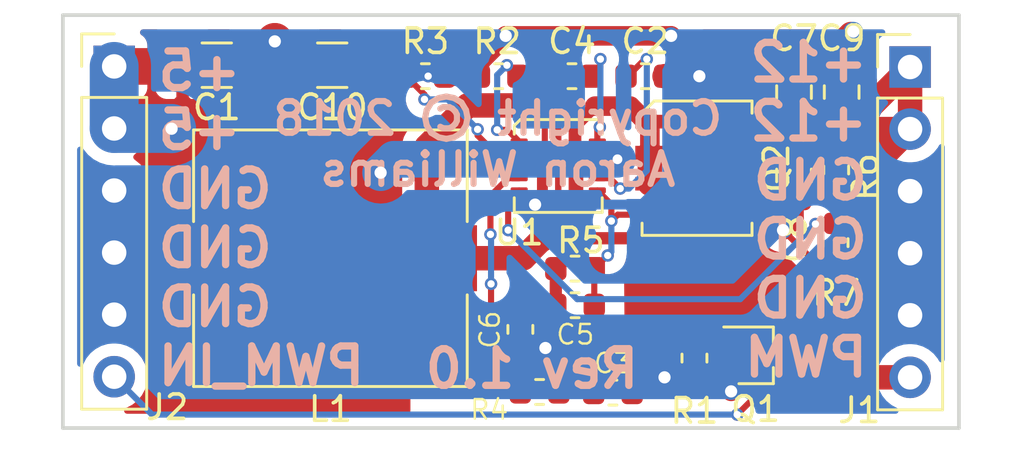
<source format=kicad_pcb>
(kicad_pcb (version 20171130) (host pcbnew 5.0.1-5.0.1)

  (general
    (thickness 1.6)
    (drawings 8)
    (tracks 220)
    (zones 0)
    (modules 23)
    (nets 16)
  )

  (page USLetter)
  (title_block
    (title "12V Booster 1A")
    (date 2018-10-31)
    (rev 1.0)
    (company "Copyright © 2018 by Aaron Williams")
  )

  (layers
    (0 F.Cu mixed)
    (31 B.Cu mixed)
    (32 B.Adhes user)
    (33 F.Adhes user)
    (34 B.Paste user)
    (35 F.Paste user)
    (36 B.SilkS user)
    (37 F.SilkS user)
    (38 B.Mask user)
    (39 F.Mask user)
    (40 Dwgs.User user)
    (41 Cmts.User user)
    (42 Eco1.User user)
    (43 Eco2.User user)
    (44 Edge.Cuts user)
    (45 Margin user)
    (46 B.CrtYd user)
    (47 F.CrtYd user)
    (48 B.Fab user)
    (49 F.Fab user)
  )

  (setup
    (last_trace_width 0.4)
    (user_trace_width 0.2)
    (user_trace_width 0.4)
    (user_trace_width 0.5)
    (user_trace_width 0.8)
    (user_trace_width 1)
    (user_trace_width 1.5)
    (user_trace_width 2)
    (trace_clearance 0.2)
    (zone_clearance 0.508)
    (zone_45_only no)
    (trace_min 0.2)
    (segment_width 0.2)
    (edge_width 0.15)
    (via_size 0.8)
    (via_drill 0.4)
    (via_min_size 0.4)
    (via_min_drill 0.3)
    (user_via 0.508 0.3)
    (user_via 0.7 0.5)
    (uvia_size 0.3)
    (uvia_drill 0.1)
    (uvias_allowed no)
    (uvia_min_size 0.2)
    (uvia_min_drill 0.1)
    (pcb_text_width 0.3)
    (pcb_text_size 1.5 1.5)
    (mod_edge_width 0.15)
    (mod_text_size 0.8 0.8)
    (mod_text_width 0.1)
    (pad_size 0.63 0.5)
    (pad_drill 0)
    (pad_to_mask_clearance 0.051)
    (solder_mask_min_width 0.25)
    (pad_to_paste_clearance 0.0508)
    (aux_axis_origin 0 0)
    (visible_elements FFFFFF7F)
    (pcbplotparams
      (layerselection 0x010fc_ffffffff)
      (usegerberextensions false)
      (usegerberattributes false)
      (usegerberadvancedattributes false)
      (creategerberjobfile false)
      (excludeedgelayer true)
      (linewidth 0.100000)
      (plotframeref false)
      (viasonmask false)
      (mode 1)
      (useauxorigin false)
      (hpglpennumber 1)
      (hpglpenspeed 20)
      (hpglpendiameter 15.000000)
      (psnegative false)
      (psa4output false)
      (plotreference true)
      (plotvalue true)
      (plotinvisibletext false)
      (padsonsilk false)
      (subtractmaskfromsilk false)
      (outputformat 1)
      (mirror false)
      (drillshape 0)
      (scaleselection 1)
      (outputdirectory "Gerbers/"))
  )

  (net 0 "")
  (net 1 GND)
  (net 2 /FB)
  (net 3 +12V)
  (net 4 +5V)
  (net 5 /COMP)
  (net 6 /PWM_CTL)
  (net 7 /PWM)
  (net 8 /VCC)
  (net 9 /FREQ)
  (net 10 /ILIMIT)
  (net 11 /SW)
  (net 12 /VOUT)
  (net 13 /DISDRV)
  (net 14 /BST)
  (net 15 "Net-(C3-Pad1)")

  (net_class Default "This is the default net class."
    (clearance 0.2)
    (trace_width 0.25)
    (via_dia 0.8)
    (via_drill 0.4)
    (uvia_dia 0.3)
    (uvia_drill 0.1)
    (add_net +12V)
    (add_net +5V)
    (add_net /BST)
    (add_net /COMP)
    (add_net /DISDRV)
    (add_net /FB)
    (add_net /FREQ)
    (add_net /ILIMIT)
    (add_net /PWM)
    (add_net /PWM_CTL)
    (add_net /SW)
    (add_net /VCC)
    (add_net /VOUT)
    (add_net GND)
    (add_net "Net-(C3-Pad1)")
  )

  (module Aaron:SO-8_3.9x4.9mm_P1.27mm (layer F.Cu) (tedit 5BD99E3F) (tstamp 5BDB6C03)
    (at 136.1555 66.165 270)
    (path /5BDA3294)
    (fp_text reference Q2 (at 0 -3.25 270) (layer F.SilkS)
      (effects (font (size 1 1) (thickness 0.15)))
    )
    (fp_text value Si4421DY (at 0 -0.5 270) (layer F.Fab)
      (effects (font (size 1 1) (thickness 0.15)))
    )
    (fp_line (start -3 2.75) (end -3 -2.75) (layer F.CrtYd) (width 0.12))
    (fp_line (start 3 2.75) (end -3 2.75) (layer F.CrtYd) (width 0.12))
    (fp_line (start 3 -2.75) (end 3 2.75) (layer F.CrtYd) (width 0.12))
    (fp_line (start -3 -2.75) (end 3 -2.75) (layer F.CrtYd) (width 0.12))
    (fp_line (start 2.75 2.25) (end 2.25 2.25) (layer F.SilkS) (width 0.12))
    (fp_line (start 2.75 -2.25) (end 2.75 2.25) (layer F.SilkS) (width 0.12))
    (fp_line (start 2.25 -2.25) (end 2.75 -2.25) (layer F.SilkS) (width 0.12))
    (fp_line (start -2.75 -2.25) (end -2.25 -2.25) (layer F.SilkS) (width 0.12))
    (fp_line (start -2.75 1.75) (end -2.75 -2.25) (layer F.SilkS) (width 0.12))
    (fp_line (start -2.25 2.25) (end -2.75 1.75) (layer F.SilkS) (width 0.12))
    (pad 8 smd rect (at -1.905 -1.9305 270) (size 0.559 1.194) (layers F.Cu F.Mask)
      (net 3 +12V))
    (pad 7 smd rect (at -0.635 -1.9305 270) (size 0.559 1.194) (layers F.Cu F.Mask)
      (net 3 +12V))
    (pad 6 smd rect (at 0.635 -1.9305 270) (size 0.559 1.194) (layers F.Cu F.Mask)
      (net 3 +12V))
    (pad 5 smd rect (at 1.905 -1.9305 270) (size 0.559 1.194) (layers F.Cu F.Mask)
      (net 3 +12V))
    (pad 4 smd rect (at 1.905 1.9305 270) (size 0.559 1.194) (layers F.Cu F.Mask)
      (net 13 /DISDRV))
    (pad 3 smd rect (at 0.635 1.9305 270) (size 0.559 1.194) (layers F.Cu F.Mask)
      (net 12 /VOUT))
    (pad 2 smd rect (at -0.635 1.9305 270) (size 0.559 1.194) (layers F.Cu F.Mask)
      (net 12 /VOUT))
    (pad 1 smd rect (at -1.905 1.9305 270) (size 0.559 1.194) (layers F.Cu F.Mask)
      (net 12 /VOUT))
  )

  (module Capacitor_SMD:C_1206_3216Metric (layer F.Cu) (tedit 5B301BBE) (tstamp 5BDB2356)
    (at 121.225 61.95 180)
    (descr "Capacitor SMD 1206 (3216 Metric), square (rectangular) end terminal, IPC_7351 nominal, (Body size source: http://www.tortai-tech.com/upload/download/2011102023233369053.pdf), generated with kicad-footprint-generator")
    (tags capacitor)
    (path /5BD9ED28)
    (attr smd)
    (fp_text reference C10 (at 0 -1.725 180) (layer F.SilkS)
      (effects (font (size 1 1) (thickness 0.15)))
    )
    (fp_text value 68uF (at 0 1.82 180) (layer F.Fab)
      (effects (font (size 1 1) (thickness 0.15)))
    )
    (fp_text user %R (at 0 0 180) (layer F.Fab)
      (effects (font (size 0.8 0.8) (thickness 0.12)))
    )
    (fp_line (start 2.28 1.12) (end -2.28 1.12) (layer F.CrtYd) (width 0.05))
    (fp_line (start 2.28 -1.12) (end 2.28 1.12) (layer F.CrtYd) (width 0.05))
    (fp_line (start -2.28 -1.12) (end 2.28 -1.12) (layer F.CrtYd) (width 0.05))
    (fp_line (start -2.28 1.12) (end -2.28 -1.12) (layer F.CrtYd) (width 0.05))
    (fp_line (start -0.602064 0.91) (end 0.602064 0.91) (layer F.SilkS) (width 0.12))
    (fp_line (start -0.602064 -0.91) (end 0.602064 -0.91) (layer F.SilkS) (width 0.12))
    (fp_line (start 1.6 0.8) (end -1.6 0.8) (layer F.Fab) (width 0.1))
    (fp_line (start 1.6 -0.8) (end 1.6 0.8) (layer F.Fab) (width 0.1))
    (fp_line (start -1.6 -0.8) (end 1.6 -0.8) (layer F.Fab) (width 0.1))
    (fp_line (start -1.6 0.8) (end -1.6 -0.8) (layer F.Fab) (width 0.1))
    (pad 2 smd roundrect (at 1.4 0 180) (size 1.25 1.75) (layers F.Cu F.Paste F.Mask) (roundrect_rratio 0.2)
      (net 1 GND))
    (pad 1 smd roundrect (at -1.4 0 180) (size 1.25 1.75) (layers F.Cu F.Paste F.Mask) (roundrect_rratio 0.2)
      (net 4 +5V))
    (model ${KISYS3DMOD}/Capacitor_SMD.3dshapes/C_1206_3216Metric.wrl
      (at (xyz 0 0 0))
      (scale (xyz 1 1 1))
      (rotate (xyz 0 0 0))
    )
  )

  (module Connector_PinHeader_2.54mm:PinHeader_1x06_P2.54mm_Vertical (layer F.Cu) (tedit 59FED5CC) (tstamp 5BDAAE01)
    (at 144.875 62.025)
    (descr "Through hole straight pin header, 1x06, 2.54mm pitch, single row")
    (tags "Through hole pin header THT 1x06 2.54mm single row")
    (path /5BD9BD08)
    (fp_text reference J1 (at -2.075 14.05) (layer F.SilkS)
      (effects (font (size 1 1) (thickness 0.15)))
    )
    (fp_text value Conn_01x06 (at 0 15.03) (layer F.Fab)
      (effects (font (size 1 1) (thickness 0.15)))
    )
    (fp_text user %R (at 0 6.35 90) (layer F.Fab)
      (effects (font (size 1 1) (thickness 0.15)))
    )
    (fp_line (start 1.8 -1.8) (end -1.8 -1.8) (layer F.CrtYd) (width 0.05))
    (fp_line (start 1.8 14.5) (end 1.8 -1.8) (layer F.CrtYd) (width 0.05))
    (fp_line (start -1.8 14.5) (end 1.8 14.5) (layer F.CrtYd) (width 0.05))
    (fp_line (start -1.8 -1.8) (end -1.8 14.5) (layer F.CrtYd) (width 0.05))
    (fp_line (start -1.33 -1.33) (end 0 -1.33) (layer F.SilkS) (width 0.12))
    (fp_line (start -1.33 0) (end -1.33 -1.33) (layer F.SilkS) (width 0.12))
    (fp_line (start -1.33 1.27) (end 1.33 1.27) (layer F.SilkS) (width 0.12))
    (fp_line (start 1.33 1.27) (end 1.33 14.03) (layer F.SilkS) (width 0.12))
    (fp_line (start -1.33 1.27) (end -1.33 14.03) (layer F.SilkS) (width 0.12))
    (fp_line (start -1.33 14.03) (end 1.33 14.03) (layer F.SilkS) (width 0.12))
    (fp_line (start -1.27 -0.635) (end -0.635 -1.27) (layer F.Fab) (width 0.1))
    (fp_line (start -1.27 13.97) (end -1.27 -0.635) (layer F.Fab) (width 0.1))
    (fp_line (start 1.27 13.97) (end -1.27 13.97) (layer F.Fab) (width 0.1))
    (fp_line (start 1.27 -1.27) (end 1.27 13.97) (layer F.Fab) (width 0.1))
    (fp_line (start -0.635 -1.27) (end 1.27 -1.27) (layer F.Fab) (width 0.1))
    (pad 6 thru_hole oval (at 0 12.7) (size 1.7 1.7) (drill 1) (layers *.Cu *.Mask)
      (net 7 /PWM))
    (pad 5 thru_hole oval (at 0 10.16) (size 1.7 1.7) (drill 1) (layers *.Cu *.Mask)
      (net 1 GND))
    (pad 4 thru_hole oval (at 0 7.62) (size 1.7 1.7) (drill 1) (layers *.Cu *.Mask)
      (net 1 GND))
    (pad 3 thru_hole oval (at 0 5.08) (size 1.7 1.7) (drill 1) (layers *.Cu *.Mask)
      (net 1 GND))
    (pad 2 thru_hole oval (at 0 2.54) (size 1.7 1.7) (drill 1) (layers *.Cu *.Mask)
      (net 3 +12V))
    (pad 1 thru_hole rect (at 0 0) (size 1.7 1.7) (drill 1) (layers *.Cu *.Mask)
      (net 3 +12V))
    (model ${KISYS3DMOD}/Connector_PinHeader_2.54mm.3dshapes/PinHeader_1x06_P2.54mm_Vertical.wrl
      (at (xyz 0 0 0))
      (scale (xyz 1 1 1))
      (rotate (xyz 0 0 0))
    )
  )

  (module Connector_PinHeader_2.54mm:PinHeader_1x06_P2.54mm_Vertical (layer F.Cu) (tedit 59FED5CC) (tstamp 5BDAB06C)
    (at 112.3 62)
    (descr "Through hole straight pin header, 1x06, 2.54mm pitch, single row")
    (tags "Through hole pin header THT 1x06 2.54mm single row")
    (path /5BD9A51A)
    (fp_text reference J2 (at 2.175 13.95) (layer F.SilkS)
      (effects (font (size 1 1) (thickness 0.15)))
    )
    (fp_text value Conn_01x06 (at 0 15.03) (layer F.Fab)
      (effects (font (size 1 1) (thickness 0.15)))
    )
    (fp_text user %R (at 0 6.35 90) (layer F.Fab)
      (effects (font (size 1 1) (thickness 0.15)))
    )
    (fp_line (start 1.8 -1.8) (end -1.8 -1.8) (layer F.CrtYd) (width 0.05))
    (fp_line (start 1.8 14.5) (end 1.8 -1.8) (layer F.CrtYd) (width 0.05))
    (fp_line (start -1.8 14.5) (end 1.8 14.5) (layer F.CrtYd) (width 0.05))
    (fp_line (start -1.8 -1.8) (end -1.8 14.5) (layer F.CrtYd) (width 0.05))
    (fp_line (start -1.33 -1.33) (end 0 -1.33) (layer F.SilkS) (width 0.12))
    (fp_line (start -1.33 0) (end -1.33 -1.33) (layer F.SilkS) (width 0.12))
    (fp_line (start -1.33 1.27) (end 1.33 1.27) (layer F.SilkS) (width 0.12))
    (fp_line (start 1.33 1.27) (end 1.33 14.03) (layer F.SilkS) (width 0.12))
    (fp_line (start -1.33 1.27) (end -1.33 14.03) (layer F.SilkS) (width 0.12))
    (fp_line (start -1.33 14.03) (end 1.33 14.03) (layer F.SilkS) (width 0.12))
    (fp_line (start -1.27 -0.635) (end -0.635 -1.27) (layer F.Fab) (width 0.1))
    (fp_line (start -1.27 13.97) (end -1.27 -0.635) (layer F.Fab) (width 0.1))
    (fp_line (start 1.27 13.97) (end -1.27 13.97) (layer F.Fab) (width 0.1))
    (fp_line (start 1.27 -1.27) (end 1.27 13.97) (layer F.Fab) (width 0.1))
    (fp_line (start -0.635 -1.27) (end 1.27 -1.27) (layer F.Fab) (width 0.1))
    (pad 6 thru_hole oval (at 0 12.7) (size 1.7 1.7) (drill 1) (layers *.Cu *.Mask)
      (net 6 /PWM_CTL))
    (pad 5 thru_hole oval (at 0 10.16) (size 1.7 1.7) (drill 1) (layers *.Cu *.Mask)
      (net 1 GND))
    (pad 4 thru_hole oval (at 0 7.62) (size 1.7 1.7) (drill 1) (layers *.Cu *.Mask)
      (net 1 GND))
    (pad 3 thru_hole oval (at 0 5.08) (size 1.7 1.7) (drill 1) (layers *.Cu *.Mask)
      (net 1 GND))
    (pad 2 thru_hole oval (at 0 2.54) (size 1.7 1.7) (drill 1) (layers *.Cu *.Mask)
      (net 4 +5V))
    (pad 1 thru_hole rect (at 0 0) (size 1.7 1.7) (drill 1) (layers *.Cu *.Mask)
      (net 4 +5V))
    (model ${KISYS3DMOD}/Connector_PinHeader_2.54mm.3dshapes/PinHeader_1x06_P2.54mm_Vertical.wrl
      (at (xyz 0 0 0))
      (scale (xyz 1 1 1))
      (rotate (xyz 0 0 0))
    )
  )

  (module Aaron:L_Coilcraft_MLC1250 (layer F.Cu) (tedit 5BD967E1) (tstamp 5BDB2ECF)
    (at 121.15 69.85)
    (descr http://www.coilcraft.com/pdfs/mlc.pdf)
    (path /5BD967C9)
    (attr smd)
    (fp_text reference L1 (at 0 6.175) (layer F.SilkS)
      (effects (font (size 1 1) (thickness 0.15)))
    )
    (fp_text value 1.3uH (at 0 -0.5) (layer F.Fab)
      (effects (font (size 1 1) (thickness 0.15)))
    )
    (fp_line (start -7 6.5) (end -7 -6.5) (layer F.CrtYd) (width 0.12))
    (fp_line (start 7 6.5) (end -7 6.5) (layer F.CrtYd) (width 0.12))
    (fp_line (start 7 -6.5) (end 7 6.5) (layer F.CrtYd) (width 0.12))
    (fp_line (start 6.5 -6.5) (end 7 -6.5) (layer F.CrtYd) (width 0.12))
    (fp_line (start -7 -6.5) (end 6.5 -6.5) (layer F.CrtYd) (width 0.12))
    (fp_line (start -5.6 5.25) (end -5.6 1.5) (layer F.SilkS) (width 0.12))
    (fp_line (start 5.6 5.25) (end -5.6 5.25) (layer F.SilkS) (width 0.12))
    (fp_line (start 5.6 1.5) (end 5.6 5.25) (layer F.SilkS) (width 0.12))
    (fp_line (start 5.6 -5.25) (end 5.6 -1.5) (layer F.SilkS) (width 0.12))
    (fp_line (start -5.6 -5.25) (end 5.6 -5.25) (layer F.SilkS) (width 0.12))
    (fp_line (start -5.6 -5.25) (end -5.6 -1.5) (layer F.SilkS) (width 0.12))
    (pad 2 smd rect (at 4 0) (size 4 2.7) (layers F.Cu F.Paste F.Mask)
      (net 11 /SW))
    (pad 1 smd rect (at -4 0) (size 4 2.7) (layers F.Cu F.Paste F.Mask)
      (net 4 +5V))
  )

  (module Aaron:Texas_13_3.0x3.5mm_VQFN_Hotrod_Pitch_0.5mm (layer F.Cu) (tedit 5BD9787B) (tstamp 5BDAFEAD)
    (at 130.475 66.075)
    (path /5BDB299E)
    (fp_text reference U1 (at -1.6 2.725) (layer F.SilkS)
      (effects (font (size 1 1) (thickness 0.15)))
    )
    (fp_text value TPS611781RNW (at 0 0) (layer F.SilkS) hide
      (effects (font (size 1.27 1.27) (thickness 0.15)))
    )
    (fp_line (start -2.25 2.25) (end -2.25 -2.25) (layer F.CrtYd) (width 0.12))
    (fp_line (start 2.25 2.25) (end -2.25 2.25) (layer F.CrtYd) (width 0.12))
    (fp_line (start 2.25 -2.25) (end 2.25 2.25) (layer F.CrtYd) (width 0.12))
    (fp_line (start -2.25 -2.25) (end 2.25 -2.25) (layer F.CrtYd) (width 0.12))
    (fp_line (start 1.8 1.9) (end 1.8 1.3) (layer F.SilkS) (width 0.12))
    (fp_line (start -1.8 1.9) (end 1.8 1.9) (layer F.SilkS) (width 0.12))
    (fp_line (start -1.8 1.3) (end -1.8 1.9) (layer F.SilkS) (width 0.12))
    (fp_line (start 1.8 -1.9) (end 1.8 -1.3) (layer F.SilkS) (width 0.12))
    (fp_line (start -1.55 -1.9) (end 1.8 -1.9) (layer F.SilkS) (width 0.12))
    (fp_line (start -1.8 -1.65) (end -1.55 -1.9) (layer F.SilkS) (width 0.12))
    (fp_line (start -1.8 -1.3) (end -1.8 -1.65) (layer F.SilkS) (width 0.12))
    (fp_poly (pts (xy -0.6 -0.5) (xy -0.5 -0.5) (xy -0.5 0.5) (xy -0.6 0.5)) (layer F.Paste) (width 0.15))
    (fp_poly (pts (xy 0.05 0.5) (xy -0.05 0.5) (xy -0.05 -0.5) (xy 0.05 -0.5)) (layer F.Paste) (width 0.15))
    (fp_poly (pts (xy 0.5 -0.5) (xy 0.6 -0.5) (xy 0.6 0.5) (xy 0.5 0.5)) (layer F.Paste) (width 0.15))
    (fp_poly (pts (xy -0.6 0.7) (xy -0.5 0.7) (xy -0.5 1.6) (xy -0.6 1.6)) (layer F.Paste) (width 0.15))
    (fp_poly (pts (xy -0.5 -0.7) (xy -0.6 -0.7) (xy -0.6 -1.6) (xy -0.5 -1.6)) (layer F.Paste) (width 0.15))
    (fp_poly (pts (xy -0.05 0.7) (xy 0.05 0.7) (xy 0.05 1.6) (xy -0.05 1.6)) (layer F.Paste) (width 0.15))
    (fp_poly (pts (xy 0.05 -1.6) (xy -0.05 -1.6) (xy -0.05 -0.7) (xy 0.05 -0.7)) (layer F.Paste) (width 0.15))
    (fp_poly (pts (xy 0.5 0.7) (xy 0.6 0.7) (xy 0.6 1.6) (xy 0.5 1.6)) (layer F.Paste) (width 0.15))
    (fp_poly (pts (xy 0.5 -1.6) (xy 0.5 -0.7) (xy 0.6 -0.7) (xy 0.6 -1.6)) (layer F.Paste) (width 0.15))
    (pad 13 smd roundrect (at 1.6 -1) (size 0.7 0.25) (layers F.Cu F.Paste F.Mask) (roundrect_rratio 0.25)
      (net 14 /BST))
    (pad 12 smd roundrect (at 1.6 -0.5) (size 0.7 0.25) (layers F.Cu F.Paste F.Mask) (roundrect_rratio 0.25)
      (net 4 +5V))
    (pad 11 smd roundrect (at 1.6 0) (size 0.7 0.25) (layers F.Cu F.Paste F.Mask) (roundrect_rratio 0.25)
      (net 4 +5V))
    (pad 10 smd roundrect (at 1.6 0.5) (size 0.7 0.25) (layers F.Cu F.Paste F.Mask) (roundrect_rratio 0.25)
      (net 8 /VCC))
    (pad 9 smd roundrect (at 1.6 1) (size 0.7 0.25) (layers F.Cu F.Paste F.Mask) (roundrect_rratio 0.25)
      (net 13 /DISDRV))
    (pad 8 smd roundrect (at 0.55 0) (size 0.25 3.4) (layers F.Cu F.Mask) (roundrect_rratio 0.25)
      (net 12 /VOUT))
    (pad 7 smd roundrect (at 0 0) (size 0.25 3.4) (layers F.Cu F.Mask) (roundrect_rratio 0.25)
      (net 11 /SW))
    (pad 6 smd roundrect (at -0.55 0) (size 0.25 3.4) (layers F.Cu F.Mask) (roundrect_rratio 0.25)
      (net 1 GND))
    (pad 5 smd roundrect (at -1.6 1) (size 0.7 0.25) (layers F.Cu F.Paste F.Mask) (roundrect_rratio 0.25)
      (net 2 /FB))
    (pad 4 smd roundrect (at -1.6 0.5) (size 0.7 0.25) (layers F.Cu F.Paste F.Mask) (roundrect_rratio 0.25)
      (net 5 /COMP))
    (pad 3 smd roundrect (at -1.6 0) (size 0.7 0.25) (layers F.Cu F.Paste F.Mask) (roundrect_rratio 0.25)
      (net 10 /ILIMIT))
    (pad 2 smd roundrect (at -1.6 -0.5) (size 0.7 0.25) (layers F.Cu F.Paste F.Mask) (roundrect_rratio 0.25)
      (net 1 GND))
    (pad 1 smd roundrect (at -1.6 -1) (size 0.7 0.25) (layers F.Cu F.Paste F.Mask) (roundrect_rratio 0.25)
      (net 9 /FREQ))
  )

  (module Capacitor_SMD:C_0603_1608Metric (layer F.Cu) (tedit 5B301BBE) (tstamp 5BD9E0B3)
    (at 134.0375 62.4)
    (descr "Capacitor SMD 0603 (1608 Metric), square (rectangular) end terminal, IPC_7351 nominal, (Body size source: http://www.tortai-tech.com/upload/download/2011102023233369053.pdf), generated with kicad-footprint-generator")
    (tags capacitor)
    (path /5BDB796F)
    (attr smd)
    (fp_text reference C2 (at 0 -1.43) (layer F.SilkS)
      (effects (font (size 1 1) (thickness 0.15)))
    )
    (fp_text value 4.7uF (at 0 1.43) (layer F.Fab)
      (effects (font (size 1 1) (thickness 0.15)))
    )
    (fp_text user %R (at 0 0) (layer F.Fab)
      (effects (font (size 0.4 0.4) (thickness 0.06)))
    )
    (fp_line (start 1.48 0.73) (end -1.48 0.73) (layer F.CrtYd) (width 0.05))
    (fp_line (start 1.48 -0.73) (end 1.48 0.73) (layer F.CrtYd) (width 0.05))
    (fp_line (start -1.48 -0.73) (end 1.48 -0.73) (layer F.CrtYd) (width 0.05))
    (fp_line (start -1.48 0.73) (end -1.48 -0.73) (layer F.CrtYd) (width 0.05))
    (fp_line (start -0.162779 0.51) (end 0.162779 0.51) (layer F.SilkS) (width 0.12))
    (fp_line (start -0.162779 -0.51) (end 0.162779 -0.51) (layer F.SilkS) (width 0.12))
    (fp_line (start 0.8 0.4) (end -0.8 0.4) (layer F.Fab) (width 0.1))
    (fp_line (start 0.8 -0.4) (end 0.8 0.4) (layer F.Fab) (width 0.1))
    (fp_line (start -0.8 -0.4) (end 0.8 -0.4) (layer F.Fab) (width 0.1))
    (fp_line (start -0.8 0.4) (end -0.8 -0.4) (layer F.Fab) (width 0.1))
    (pad 2 smd roundrect (at 0.7875 0) (size 0.875 0.95) (layers F.Cu F.Paste F.Mask) (roundrect_rratio 0.25)
      (net 1 GND))
    (pad 1 smd roundrect (at -0.7875 0) (size 0.875 0.95) (layers F.Cu F.Paste F.Mask) (roundrect_rratio 0.25)
      (net 8 /VCC))
    (model ${KISYS3DMOD}/Capacitor_SMD.3dshapes/C_0603_1608Metric.wrl
      (at (xyz 0 0 0))
      (scale (xyz 1 1 1))
      (rotate (xyz 0 0 0))
    )
  )

  (module Capacitor_SMD:C_0603_1608Metric (layer F.Cu) (tedit 5B301BBE) (tstamp 5BD9E0A2)
    (at 132.7125 75.35)
    (descr "Capacitor SMD 0603 (1608 Metric), square (rectangular) end terminal, IPC_7351 nominal, (Body size source: http://www.tortai-tech.com/upload/download/2011102023233369053.pdf), generated with kicad-footprint-generator")
    (tags capacitor)
    (path /5BDBBF7A)
    (attr smd)
    (fp_text reference C3 (at 0 -1.2) (layer F.SilkS)
      (effects (font (size 0.8 0.8) (thickness 0.1)))
    )
    (fp_text value 1000pF (at 0 1.43) (layer F.Fab)
      (effects (font (size 1 1) (thickness 0.15)))
    )
    (fp_text user %R (at 0 0) (layer F.Fab)
      (effects (font (size 0.4 0.4) (thickness 0.06)))
    )
    (fp_line (start 1.48 0.73) (end -1.48 0.73) (layer F.CrtYd) (width 0.05))
    (fp_line (start 1.48 -0.73) (end 1.48 0.73) (layer F.CrtYd) (width 0.05))
    (fp_line (start -1.48 -0.73) (end 1.48 -0.73) (layer F.CrtYd) (width 0.05))
    (fp_line (start -1.48 0.73) (end -1.48 -0.73) (layer F.CrtYd) (width 0.05))
    (fp_line (start -0.162779 0.51) (end 0.162779 0.51) (layer F.SilkS) (width 0.12))
    (fp_line (start -0.162779 -0.51) (end 0.162779 -0.51) (layer F.SilkS) (width 0.12))
    (fp_line (start 0.8 0.4) (end -0.8 0.4) (layer F.Fab) (width 0.1))
    (fp_line (start 0.8 -0.4) (end 0.8 0.4) (layer F.Fab) (width 0.1))
    (fp_line (start -0.8 -0.4) (end 0.8 -0.4) (layer F.Fab) (width 0.1))
    (fp_line (start -0.8 0.4) (end -0.8 -0.4) (layer F.Fab) (width 0.1))
    (pad 2 smd roundrect (at 0.7875 0) (size 0.875 0.95) (layers F.Cu F.Paste F.Mask) (roundrect_rratio 0.25)
      (net 1 GND))
    (pad 1 smd roundrect (at -0.7875 0) (size 0.875 0.95) (layers F.Cu F.Paste F.Mask) (roundrect_rratio 0.25)
      (net 15 "Net-(C3-Pad1)"))
    (model ${KISYS3DMOD}/Capacitor_SMD.3dshapes/C_0603_1608Metric.wrl
      (at (xyz 0 0 0))
      (scale (xyz 1 1 1))
      (rotate (xyz 0 0 0))
    )
  )

  (module Capacitor_SMD:C_0603_1608Metric (layer F.Cu) (tedit 5B301BBE) (tstamp 5BD9E091)
    (at 131.0375 62.4)
    (descr "Capacitor SMD 0603 (1608 Metric), square (rectangular) end terminal, IPC_7351 nominal, (Body size source: http://www.tortai-tech.com/upload/download/2011102023233369053.pdf), generated with kicad-footprint-generator")
    (tags capacitor)
    (path /5BDB8FAB)
    (attr smd)
    (fp_text reference C4 (at 0 -1.43) (layer F.SilkS)
      (effects (font (size 1 1) (thickness 0.15)))
    )
    (fp_text value 0.1uF (at 0 1.43) (layer F.Fab)
      (effects (font (size 1 1) (thickness 0.15)))
    )
    (fp_text user %R (at 0 0) (layer F.Fab)
      (effects (font (size 0.4 0.4) (thickness 0.06)))
    )
    (fp_line (start 1.48 0.73) (end -1.48 0.73) (layer F.CrtYd) (width 0.05))
    (fp_line (start 1.48 -0.73) (end 1.48 0.73) (layer F.CrtYd) (width 0.05))
    (fp_line (start -1.48 -0.73) (end 1.48 -0.73) (layer F.CrtYd) (width 0.05))
    (fp_line (start -1.48 0.73) (end -1.48 -0.73) (layer F.CrtYd) (width 0.05))
    (fp_line (start -0.162779 0.51) (end 0.162779 0.51) (layer F.SilkS) (width 0.12))
    (fp_line (start -0.162779 -0.51) (end 0.162779 -0.51) (layer F.SilkS) (width 0.12))
    (fp_line (start 0.8 0.4) (end -0.8 0.4) (layer F.Fab) (width 0.1))
    (fp_line (start 0.8 -0.4) (end 0.8 0.4) (layer F.Fab) (width 0.1))
    (fp_line (start -0.8 -0.4) (end 0.8 -0.4) (layer F.Fab) (width 0.1))
    (fp_line (start -0.8 0.4) (end -0.8 -0.4) (layer F.Fab) (width 0.1))
    (pad 2 smd roundrect (at 0.7875 0) (size 0.875 0.95) (layers F.Cu F.Paste F.Mask) (roundrect_rratio 0.25)
      (net 14 /BST))
    (pad 1 smd roundrect (at -0.7875 0) (size 0.875 0.95) (layers F.Cu F.Paste F.Mask) (roundrect_rratio 0.25)
      (net 11 /SW))
    (model ${KISYS3DMOD}/Capacitor_SMD.3dshapes/C_0603_1608Metric.wrl
      (at (xyz 0 0 0))
      (scale (xyz 1 1 1))
      (rotate (xyz 0 0 0))
    )
  )

  (module Capacitor_SMD:C_0603_1608Metric (layer F.Cu) (tedit 5B301BBE) (tstamp 5BDAEE60)
    (at 131.1625 71.775)
    (descr "Capacitor SMD 0603 (1608 Metric), square (rectangular) end terminal, IPC_7351 nominal, (Body size source: http://www.tortai-tech.com/upload/download/2011102023233369053.pdf), generated with kicad-footprint-generator")
    (tags capacitor)
    (path /5BDBCA52)
    (attr smd)
    (fp_text reference C5 (at 0.0125 1.2) (layer F.SilkS)
      (effects (font (size 0.8 0.8) (thickness 0.1)))
    )
    (fp_text value 0.018uF (at 0 1.43) (layer F.Fab)
      (effects (font (size 1 1) (thickness 0.15)))
    )
    (fp_text user %R (at 0 0) (layer F.Fab)
      (effects (font (size 0.4 0.4) (thickness 0.06)))
    )
    (fp_line (start 1.48 0.73) (end -1.48 0.73) (layer F.CrtYd) (width 0.05))
    (fp_line (start 1.48 -0.73) (end 1.48 0.73) (layer F.CrtYd) (width 0.05))
    (fp_line (start -1.48 -0.73) (end 1.48 -0.73) (layer F.CrtYd) (width 0.05))
    (fp_line (start -1.48 0.73) (end -1.48 -0.73) (layer F.CrtYd) (width 0.05))
    (fp_line (start -0.162779 0.51) (end 0.162779 0.51) (layer F.SilkS) (width 0.12))
    (fp_line (start -0.162779 -0.51) (end 0.162779 -0.51) (layer F.SilkS) (width 0.12))
    (fp_line (start 0.8 0.4) (end -0.8 0.4) (layer F.Fab) (width 0.1))
    (fp_line (start 0.8 -0.4) (end 0.8 0.4) (layer F.Fab) (width 0.1))
    (fp_line (start -0.8 -0.4) (end 0.8 -0.4) (layer F.Fab) (width 0.1))
    (fp_line (start -0.8 0.4) (end -0.8 -0.4) (layer F.Fab) (width 0.1))
    (pad 2 smd roundrect (at 0.7875 0) (size 0.875 0.95) (layers F.Cu F.Paste F.Mask) (roundrect_rratio 0.25)
      (net 13 /DISDRV))
    (pad 1 smd roundrect (at -0.7875 0) (size 0.875 0.95) (layers F.Cu F.Paste F.Mask) (roundrect_rratio 0.25)
      (net 12 /VOUT))
    (model ${KISYS3DMOD}/Capacitor_SMD.3dshapes/C_0603_1608Metric.wrl
      (at (xyz 0 0 0))
      (scale (xyz 1 1 1))
      (rotate (xyz 0 0 0))
    )
  )

  (module Capacitor_SMD:C_0603_1608Metric (layer F.Cu) (tedit 5B301BBE) (tstamp 5BDAEEC0)
    (at 128.925 72.7625 270)
    (descr "Capacitor SMD 0603 (1608 Metric), square (rectangular) end terminal, IPC_7351 nominal, (Body size source: http://www.tortai-tech.com/upload/download/2011102023233369053.pdf), generated with kicad-footprint-generator")
    (tags capacitor)
    (path /5BDBEAB7)
    (attr smd)
    (fp_text reference C6 (at 0.0125 1.25 90) (layer F.SilkS)
      (effects (font (size 0.8 0.8) (thickness 0.1)))
    )
    (fp_text value 3.3uF (at 0.3375 1.15 270) (layer F.Fab)
      (effects (font (size 1 1) (thickness 0.15)))
    )
    (fp_text user %R (at 0 0 270) (layer F.Fab)
      (effects (font (size 0.4 0.4) (thickness 0.06)))
    )
    (fp_line (start 1.48 0.73) (end -1.48 0.73) (layer F.CrtYd) (width 0.05))
    (fp_line (start 1.48 -0.73) (end 1.48 0.73) (layer F.CrtYd) (width 0.05))
    (fp_line (start -1.48 -0.73) (end 1.48 -0.73) (layer F.CrtYd) (width 0.05))
    (fp_line (start -1.48 0.73) (end -1.48 -0.73) (layer F.CrtYd) (width 0.05))
    (fp_line (start -0.162779 0.51) (end 0.162779 0.51) (layer F.SilkS) (width 0.12))
    (fp_line (start -0.162779 -0.51) (end 0.162779 -0.51) (layer F.SilkS) (width 0.12))
    (fp_line (start 0.8 0.4) (end -0.8 0.4) (layer F.Fab) (width 0.1))
    (fp_line (start 0.8 -0.4) (end 0.8 0.4) (layer F.Fab) (width 0.1))
    (fp_line (start -0.8 -0.4) (end 0.8 -0.4) (layer F.Fab) (width 0.1))
    (fp_line (start -0.8 0.4) (end -0.8 -0.4) (layer F.Fab) (width 0.1))
    (pad 2 smd roundrect (at 0.7875 0 270) (size 0.875 0.95) (layers F.Cu F.Paste F.Mask) (roundrect_rratio 0.25)
      (net 1 GND))
    (pad 1 smd roundrect (at -0.7875 0 270) (size 0.875 0.95) (layers F.Cu F.Paste F.Mask) (roundrect_rratio 0.25)
      (net 12 /VOUT))
    (model ${KISYS3DMOD}/Capacitor_SMD.3dshapes/C_0603_1608Metric.wrl
      (at (xyz 0 0 0))
      (scale (xyz 1 1 1))
      (rotate (xyz 0 0 0))
    )
  )

  (module Capacitor_SMD:C_0805_2012Metric (layer F.Cu) (tedit 5B36C52B) (tstamp 5BD9E05E)
    (at 140.125 63.05 90)
    (descr "Capacitor SMD 0805 (2012 Metric), square (rectangular) end terminal, IPC_7351 nominal, (Body size source: https://docs.google.com/spreadsheets/d/1BsfQQcO9C6DZCsRaXUlFlo91Tg2WpOkGARC1WS5S8t0/edit?usp=sharing), generated with kicad-footprint-generator")
    (tags capacitor)
    (path /5BDBFABA)
    (attr smd)
    (fp_text reference C7 (at 2.2 0 180) (layer F.SilkS)
      (effects (font (size 1 1) (thickness 0.15)))
    )
    (fp_text value 22uF (at 0 1.65 90) (layer F.Fab)
      (effects (font (size 1 1) (thickness 0.15)))
    )
    (fp_text user %R (at 0 0 90) (layer F.Fab)
      (effects (font (size 0.5 0.5) (thickness 0.08)))
    )
    (fp_line (start 1.68 0.95) (end -1.68 0.95) (layer F.CrtYd) (width 0.05))
    (fp_line (start 1.68 -0.95) (end 1.68 0.95) (layer F.CrtYd) (width 0.05))
    (fp_line (start -1.68 -0.95) (end 1.68 -0.95) (layer F.CrtYd) (width 0.05))
    (fp_line (start -1.68 0.95) (end -1.68 -0.95) (layer F.CrtYd) (width 0.05))
    (fp_line (start -0.258578 0.71) (end 0.258578 0.71) (layer F.SilkS) (width 0.12))
    (fp_line (start -0.258578 -0.71) (end 0.258578 -0.71) (layer F.SilkS) (width 0.12))
    (fp_line (start 1 0.6) (end -1 0.6) (layer F.Fab) (width 0.1))
    (fp_line (start 1 -0.6) (end 1 0.6) (layer F.Fab) (width 0.1))
    (fp_line (start -1 -0.6) (end 1 -0.6) (layer F.Fab) (width 0.1))
    (fp_line (start -1 0.6) (end -1 -0.6) (layer F.Fab) (width 0.1))
    (pad 2 smd roundrect (at 0.9375 0 90) (size 0.975 1.4) (layers F.Cu F.Paste F.Mask) (roundrect_rratio 0.25)
      (net 1 GND))
    (pad 1 smd roundrect (at -0.9375 0 90) (size 0.975 1.4) (layers F.Cu F.Paste F.Mask) (roundrect_rratio 0.25)
      (net 3 +12V))
    (model ${KISYS3DMOD}/Capacitor_SMD.3dshapes/C_0805_2012Metric.wrl
      (at (xyz 0 0 0))
      (scale (xyz 1 1 1))
      (rotate (xyz 0 0 0))
    )
  )

  (module Capacitor_SMD:C_0805_2012Metric (layer F.Cu) (tedit 5B36C52B) (tstamp 5BD9E04D)
    (at 140.125 66.4625 270)
    (descr "Capacitor SMD 0805 (2012 Metric), square (rectangular) end terminal, IPC_7351 nominal, (Body size source: https://docs.google.com/spreadsheets/d/1BsfQQcO9C6DZCsRaXUlFlo91Tg2WpOkGARC1WS5S8t0/edit?usp=sharing), generated with kicad-footprint-generator")
    (tags capacitor)
    (path /5BDC3A64)
    (attr smd)
    (fp_text reference C8 (at 2.6125 0 270) (layer F.SilkS)
      (effects (font (size 1 1) (thickness 0.15)))
    )
    (fp_text value 22uF (at 0 1.65 270) (layer F.Fab)
      (effects (font (size 1 1) (thickness 0.15)))
    )
    (fp_text user %R (at 0 0 270) (layer F.Fab)
      (effects (font (size 0.5 0.5) (thickness 0.08)))
    )
    (fp_line (start 1.68 0.95) (end -1.68 0.95) (layer F.CrtYd) (width 0.05))
    (fp_line (start 1.68 -0.95) (end 1.68 0.95) (layer F.CrtYd) (width 0.05))
    (fp_line (start -1.68 -0.95) (end 1.68 -0.95) (layer F.CrtYd) (width 0.05))
    (fp_line (start -1.68 0.95) (end -1.68 -0.95) (layer F.CrtYd) (width 0.05))
    (fp_line (start -0.258578 0.71) (end 0.258578 0.71) (layer F.SilkS) (width 0.12))
    (fp_line (start -0.258578 -0.71) (end 0.258578 -0.71) (layer F.SilkS) (width 0.12))
    (fp_line (start 1 0.6) (end -1 0.6) (layer F.Fab) (width 0.1))
    (fp_line (start 1 -0.6) (end 1 0.6) (layer F.Fab) (width 0.1))
    (fp_line (start -1 -0.6) (end 1 -0.6) (layer F.Fab) (width 0.1))
    (fp_line (start -1 0.6) (end -1 -0.6) (layer F.Fab) (width 0.1))
    (pad 2 smd roundrect (at 0.9375 0 270) (size 0.975 1.4) (layers F.Cu F.Paste F.Mask) (roundrect_rratio 0.25)
      (net 1 GND))
    (pad 1 smd roundrect (at -0.9375 0 270) (size 0.975 1.4) (layers F.Cu F.Paste F.Mask) (roundrect_rratio 0.25)
      (net 3 +12V))
    (model ${KISYS3DMOD}/Capacitor_SMD.3dshapes/C_0805_2012Metric.wrl
      (at (xyz 0 0 0))
      (scale (xyz 1 1 1))
      (rotate (xyz 0 0 0))
    )
  )

  (module Capacitor_SMD:C_0805_2012Metric (layer F.Cu) (tedit 5B36C52B) (tstamp 5BD9E03C)
    (at 142.075 63.05 90)
    (descr "Capacitor SMD 0805 (2012 Metric), square (rectangular) end terminal, IPC_7351 nominal, (Body size source: https://docs.google.com/spreadsheets/d/1BsfQQcO9C6DZCsRaXUlFlo91Tg2WpOkGARC1WS5S8t0/edit?usp=sharing), generated with kicad-footprint-generator")
    (tags capacitor)
    (path /5BDC3AAA)
    (attr smd)
    (fp_text reference C9 (at 2.2 0 180) (layer F.SilkS)
      (effects (font (size 1 1) (thickness 0.15)))
    )
    (fp_text value 22uF (at 0 1.65 90) (layer F.Fab)
      (effects (font (size 1 1) (thickness 0.15)))
    )
    (fp_text user %R (at 0 0 90) (layer F.Fab)
      (effects (font (size 0.5 0.5) (thickness 0.08)))
    )
    (fp_line (start 1.68 0.95) (end -1.68 0.95) (layer F.CrtYd) (width 0.05))
    (fp_line (start 1.68 -0.95) (end 1.68 0.95) (layer F.CrtYd) (width 0.05))
    (fp_line (start -1.68 -0.95) (end 1.68 -0.95) (layer F.CrtYd) (width 0.05))
    (fp_line (start -1.68 0.95) (end -1.68 -0.95) (layer F.CrtYd) (width 0.05))
    (fp_line (start -0.258578 0.71) (end 0.258578 0.71) (layer F.SilkS) (width 0.12))
    (fp_line (start -0.258578 -0.71) (end 0.258578 -0.71) (layer F.SilkS) (width 0.12))
    (fp_line (start 1 0.6) (end -1 0.6) (layer F.Fab) (width 0.1))
    (fp_line (start 1 -0.6) (end 1 0.6) (layer F.Fab) (width 0.1))
    (fp_line (start -1 -0.6) (end 1 -0.6) (layer F.Fab) (width 0.1))
    (fp_line (start -1 0.6) (end -1 -0.6) (layer F.Fab) (width 0.1))
    (pad 2 smd roundrect (at 0.9375 0 90) (size 0.975 1.4) (layers F.Cu F.Paste F.Mask) (roundrect_rratio 0.25)
      (net 1 GND))
    (pad 1 smd roundrect (at -0.9375 0 90) (size 0.975 1.4) (layers F.Cu F.Paste F.Mask) (roundrect_rratio 0.25)
      (net 3 +12V))
    (model ${KISYS3DMOD}/Capacitor_SMD.3dshapes/C_0805_2012Metric.wrl
      (at (xyz 0 0 0))
      (scale (xyz 1 1 1))
      (rotate (xyz 0 0 0))
    )
  )

  (module Capacitor_SMD:C_1206_3216Metric (layer F.Cu) (tedit 5B301BBE) (tstamp 5BD9E02B)
    (at 116.5 61.95)
    (descr "Capacitor SMD 1206 (3216 Metric), square (rectangular) end terminal, IPC_7351 nominal, (Body size source: http://www.tortai-tech.com/upload/download/2011102023233369053.pdf), generated with kicad-footprint-generator")
    (tags capacitor)
    (path /5BD96DCD)
    (attr smd)
    (fp_text reference C1 (at 0 1.725) (layer F.SilkS)
      (effects (font (size 1 1) (thickness 0.15)))
    )
    (fp_text value 68uF (at 0 1.82) (layer F.Fab)
      (effects (font (size 1 1) (thickness 0.15)))
    )
    (fp_text user %R (at 0 0) (layer F.Fab)
      (effects (font (size 0.8 0.8) (thickness 0.12)))
    )
    (fp_line (start 2.28 1.12) (end -2.28 1.12) (layer F.CrtYd) (width 0.05))
    (fp_line (start 2.28 -1.12) (end 2.28 1.12) (layer F.CrtYd) (width 0.05))
    (fp_line (start -2.28 -1.12) (end 2.28 -1.12) (layer F.CrtYd) (width 0.05))
    (fp_line (start -2.28 1.12) (end -2.28 -1.12) (layer F.CrtYd) (width 0.05))
    (fp_line (start -0.602064 0.91) (end 0.602064 0.91) (layer F.SilkS) (width 0.12))
    (fp_line (start -0.602064 -0.91) (end 0.602064 -0.91) (layer F.SilkS) (width 0.12))
    (fp_line (start 1.6 0.8) (end -1.6 0.8) (layer F.Fab) (width 0.1))
    (fp_line (start 1.6 -0.8) (end 1.6 0.8) (layer F.Fab) (width 0.1))
    (fp_line (start -1.6 -0.8) (end 1.6 -0.8) (layer F.Fab) (width 0.1))
    (fp_line (start -1.6 0.8) (end -1.6 -0.8) (layer F.Fab) (width 0.1))
    (pad 2 smd roundrect (at 1.4 0) (size 1.25 1.75) (layers F.Cu F.Paste F.Mask) (roundrect_rratio 0.2)
      (net 1 GND))
    (pad 1 smd roundrect (at -1.4 0) (size 1.25 1.75) (layers F.Cu F.Paste F.Mask) (roundrect_rratio 0.2)
      (net 4 +5V))
    (model ${KISYS3DMOD}/Capacitor_SMD.3dshapes/C_1206_3216Metric.wrl
      (at (xyz 0 0 0))
      (scale (xyz 1 1 1))
      (rotate (xyz 0 0 0))
    )
  )

  (module Package_TO_SOT_SMD:SOT-323_SC-70 (layer F.Cu) (tedit 5A02FF57) (tstamp 5BD9DFCB)
    (at 138.55 73.825)
    (descr "SOT-323, SC-70")
    (tags "SOT-323 SC-70")
    (path /5BDA2FAE)
    (attr smd)
    (fp_text reference Q1 (at 0 2.2 180) (layer F.SilkS)
      (effects (font (size 1 1) (thickness 0.15)))
    )
    (fp_text value BSS214NW (at -0.05 2.05) (layer F.Fab)
      (effects (font (size 1 1) (thickness 0.15)))
    )
    (fp_line (start -0.18 -1.1) (end -0.68 -0.6) (layer F.Fab) (width 0.1))
    (fp_line (start 0.67 1.1) (end -0.68 1.1) (layer F.Fab) (width 0.1))
    (fp_line (start 0.67 -1.1) (end 0.67 1.1) (layer F.Fab) (width 0.1))
    (fp_line (start -0.68 -0.6) (end -0.68 1.1) (layer F.Fab) (width 0.1))
    (fp_line (start 0.67 -1.1) (end -0.18 -1.1) (layer F.Fab) (width 0.1))
    (fp_line (start -0.68 1.16) (end 0.73 1.16) (layer F.SilkS) (width 0.12))
    (fp_line (start 0.73 -1.16) (end -1.3 -1.16) (layer F.SilkS) (width 0.12))
    (fp_line (start -1.7 1.3) (end -1.7 -1.3) (layer F.CrtYd) (width 0.05))
    (fp_line (start -1.7 -1.3) (end 1.7 -1.3) (layer F.CrtYd) (width 0.05))
    (fp_line (start 1.7 -1.3) (end 1.7 1.3) (layer F.CrtYd) (width 0.05))
    (fp_line (start 1.7 1.3) (end -1.7 1.3) (layer F.CrtYd) (width 0.05))
    (fp_line (start 0.73 -1.16) (end 0.73 -0.5) (layer F.SilkS) (width 0.12))
    (fp_line (start 0.73 0.5) (end 0.73 1.16) (layer F.SilkS) (width 0.12))
    (fp_text user %R (at 0 0 90) (layer F.Fab)
      (effects (font (size 0.5 0.5) (thickness 0.075)))
    )
    (pad 3 smd rect (at 1 0 270) (size 0.45 0.7) (layers F.Cu F.Paste F.Mask)
      (net 7 /PWM))
    (pad 2 smd rect (at -1 0.65 270) (size 0.45 0.7) (layers F.Cu F.Paste F.Mask)
      (net 1 GND))
    (pad 1 smd rect (at -1 -0.65 270) (size 0.45 0.7) (layers F.Cu F.Paste F.Mask)
      (net 6 /PWM_CTL))
    (model ${KISYS3DMOD}/Package_TO_SOT_SMD.3dshapes/SOT-323_SC-70.wrl
      (at (xyz 0 0 0))
      (scale (xyz 1 1 1))
      (rotate (xyz 0 0 0))
    )
  )

  (module Resistor_SMD:R_0603_1608Metric (layer F.Cu) (tedit 5B301BBD) (tstamp 5BD9DFB6)
    (at 141.825 69.2125 270)
    (descr "Resistor SMD 0603 (1608 Metric), square (rectangular) end terminal, IPC_7351 nominal, (Body size source: http://www.tortai-tech.com/upload/download/2011102023233369053.pdf), generated with kicad-footprint-generator")
    (tags resistor)
    (path /5BDBF352)
    (attr smd)
    (fp_text reference R7 (at 2.0625 -0.025) (layer F.SilkS)
      (effects (font (size 1 1) (thickness 0.15)))
    )
    (fp_text value 80.6K (at 0 1.43 270) (layer F.Fab)
      (effects (font (size 1 1) (thickness 0.15)))
    )
    (fp_text user %R (at 0 0 270) (layer F.Fab)
      (effects (font (size 0.4 0.4) (thickness 0.06)))
    )
    (fp_line (start 1.48 0.73) (end -1.48 0.73) (layer F.CrtYd) (width 0.05))
    (fp_line (start 1.48 -0.73) (end 1.48 0.73) (layer F.CrtYd) (width 0.05))
    (fp_line (start -1.48 -0.73) (end 1.48 -0.73) (layer F.CrtYd) (width 0.05))
    (fp_line (start -1.48 0.73) (end -1.48 -0.73) (layer F.CrtYd) (width 0.05))
    (fp_line (start -0.162779 0.51) (end 0.162779 0.51) (layer F.SilkS) (width 0.12))
    (fp_line (start -0.162779 -0.51) (end 0.162779 -0.51) (layer F.SilkS) (width 0.12))
    (fp_line (start 0.8 0.4) (end -0.8 0.4) (layer F.Fab) (width 0.1))
    (fp_line (start 0.8 -0.4) (end 0.8 0.4) (layer F.Fab) (width 0.1))
    (fp_line (start -0.8 -0.4) (end 0.8 -0.4) (layer F.Fab) (width 0.1))
    (fp_line (start -0.8 0.4) (end -0.8 -0.4) (layer F.Fab) (width 0.1))
    (pad 2 smd roundrect (at 0.7875 0 270) (size 0.875 0.95) (layers F.Cu F.Paste F.Mask) (roundrect_rratio 0.25)
      (net 1 GND))
    (pad 1 smd roundrect (at -0.7875 0 270) (size 0.875 0.95) (layers F.Cu F.Paste F.Mask) (roundrect_rratio 0.25)
      (net 2 /FB))
    (model ${KISYS3DMOD}/Resistor_SMD.3dshapes/R_0603_1608Metric.wrl
      (at (xyz 0 0 0))
      (scale (xyz 1 1 1))
      (rotate (xyz 0 0 0))
    )
  )

  (module Resistor_SMD:R_0603_1608Metric (layer F.Cu) (tedit 5B301BBD) (tstamp 5BD9DFA5)
    (at 136.05 73.9375 270)
    (descr "Resistor SMD 0603 (1608 Metric), square (rectangular) end terminal, IPC_7351 nominal, (Body size source: http://www.tortai-tech.com/upload/download/2011102023233369053.pdf), generated with kicad-footprint-generator")
    (tags resistor)
    (path /5BDA4A1F)
    (attr smd)
    (fp_text reference R1 (at 2.1625 0) (layer F.SilkS)
      (effects (font (size 1 1) (thickness 0.15)))
    )
    (fp_text value 100K (at 0 1.43 270) (layer F.Fab)
      (effects (font (size 1 1) (thickness 0.15)))
    )
    (fp_text user %R (at 0 0 270) (layer F.Fab)
      (effects (font (size 0.4 0.4) (thickness 0.06)))
    )
    (fp_line (start 1.48 0.73) (end -1.48 0.73) (layer F.CrtYd) (width 0.05))
    (fp_line (start 1.48 -0.73) (end 1.48 0.73) (layer F.CrtYd) (width 0.05))
    (fp_line (start -1.48 -0.73) (end 1.48 -0.73) (layer F.CrtYd) (width 0.05))
    (fp_line (start -1.48 0.73) (end -1.48 -0.73) (layer F.CrtYd) (width 0.05))
    (fp_line (start -0.162779 0.51) (end 0.162779 0.51) (layer F.SilkS) (width 0.12))
    (fp_line (start -0.162779 -0.51) (end 0.162779 -0.51) (layer F.SilkS) (width 0.12))
    (fp_line (start 0.8 0.4) (end -0.8 0.4) (layer F.Fab) (width 0.1))
    (fp_line (start 0.8 -0.4) (end 0.8 0.4) (layer F.Fab) (width 0.1))
    (fp_line (start -0.8 -0.4) (end 0.8 -0.4) (layer F.Fab) (width 0.1))
    (fp_line (start -0.8 0.4) (end -0.8 -0.4) (layer F.Fab) (width 0.1))
    (pad 2 smd roundrect (at 0.7875 0 270) (size 0.875 0.95) (layers F.Cu F.Paste F.Mask) (roundrect_rratio 0.25)
      (net 1 GND))
    (pad 1 smd roundrect (at -0.7875 0 270) (size 0.875 0.95) (layers F.Cu F.Paste F.Mask) (roundrect_rratio 0.25)
      (net 6 /PWM_CTL))
    (model ${KISYS3DMOD}/Resistor_SMD.3dshapes/R_0603_1608Metric.wrl
      (at (xyz 0 0 0))
      (scale (xyz 1 1 1))
      (rotate (xyz 0 0 0))
    )
  )

  (module Resistor_SMD:R_0603_1608Metric (layer F.Cu) (tedit 5B301BBD) (tstamp 5BD9DF94)
    (at 128.0375 62.4 180)
    (descr "Resistor SMD 0603 (1608 Metric), square (rectangular) end terminal, IPC_7351 nominal, (Body size source: http://www.tortai-tech.com/upload/download/2011102023233369053.pdf), generated with kicad-footprint-generator")
    (tags resistor)
    (path /5BDC58F5)
    (attr smd)
    (fp_text reference R2 (at 0.0625 1.425 180) (layer F.SilkS)
      (effects (font (size 1 1) (thickness 0.15)))
    )
    (fp_text value 86.6K (at 0 1.43 180) (layer F.Fab)
      (effects (font (size 1 1) (thickness 0.15)))
    )
    (fp_text user %R (at 0 0 180) (layer F.Fab)
      (effects (font (size 0.4 0.4) (thickness 0.06)))
    )
    (fp_line (start 1.48 0.73) (end -1.48 0.73) (layer F.CrtYd) (width 0.05))
    (fp_line (start 1.48 -0.73) (end 1.48 0.73) (layer F.CrtYd) (width 0.05))
    (fp_line (start -1.48 -0.73) (end 1.48 -0.73) (layer F.CrtYd) (width 0.05))
    (fp_line (start -1.48 0.73) (end -1.48 -0.73) (layer F.CrtYd) (width 0.05))
    (fp_line (start -0.162779 0.51) (end 0.162779 0.51) (layer F.SilkS) (width 0.12))
    (fp_line (start -0.162779 -0.51) (end 0.162779 -0.51) (layer F.SilkS) (width 0.12))
    (fp_line (start 0.8 0.4) (end -0.8 0.4) (layer F.Fab) (width 0.1))
    (fp_line (start 0.8 -0.4) (end 0.8 0.4) (layer F.Fab) (width 0.1))
    (fp_line (start -0.8 -0.4) (end 0.8 -0.4) (layer F.Fab) (width 0.1))
    (fp_line (start -0.8 0.4) (end -0.8 -0.4) (layer F.Fab) (width 0.1))
    (pad 2 smd roundrect (at 0.7875 0 180) (size 0.875 0.95) (layers F.Cu F.Paste F.Mask) (roundrect_rratio 0.25)
      (net 1 GND))
    (pad 1 smd roundrect (at -0.7875 0 180) (size 0.875 0.95) (layers F.Cu F.Paste F.Mask) (roundrect_rratio 0.25)
      (net 9 /FREQ))
    (model ${KISYS3DMOD}/Resistor_SMD.3dshapes/R_0603_1608Metric.wrl
      (at (xyz 0 0 0))
      (scale (xyz 1 1 1))
      (rotate (xyz 0 0 0))
    )
  )

  (module Resistor_SMD:R_0603_1608Metric (layer F.Cu) (tedit 5B301BBD) (tstamp 5BD9DF83)
    (at 125.0375 62.4)
    (descr "Resistor SMD 0603 (1608 Metric), square (rectangular) end terminal, IPC_7351 nominal, (Body size source: http://www.tortai-tech.com/upload/download/2011102023233369053.pdf), generated with kicad-footprint-generator")
    (tags resistor)
    (path /5BDC6E96)
    (attr smd)
    (fp_text reference R3 (at 0 -1.43) (layer F.SilkS)
      (effects (font (size 1 1) (thickness 0.15)))
    )
    (fp_text value 73.2K (at 0 1.43) (layer F.Fab)
      (effects (font (size 1 1) (thickness 0.15)))
    )
    (fp_text user %R (at 0 0) (layer F.Fab)
      (effects (font (size 0.4 0.4) (thickness 0.06)))
    )
    (fp_line (start 1.48 0.73) (end -1.48 0.73) (layer F.CrtYd) (width 0.05))
    (fp_line (start 1.48 -0.73) (end 1.48 0.73) (layer F.CrtYd) (width 0.05))
    (fp_line (start -1.48 -0.73) (end 1.48 -0.73) (layer F.CrtYd) (width 0.05))
    (fp_line (start -1.48 0.73) (end -1.48 -0.73) (layer F.CrtYd) (width 0.05))
    (fp_line (start -0.162779 0.51) (end 0.162779 0.51) (layer F.SilkS) (width 0.12))
    (fp_line (start -0.162779 -0.51) (end 0.162779 -0.51) (layer F.SilkS) (width 0.12))
    (fp_line (start 0.8 0.4) (end -0.8 0.4) (layer F.Fab) (width 0.1))
    (fp_line (start 0.8 -0.4) (end 0.8 0.4) (layer F.Fab) (width 0.1))
    (fp_line (start -0.8 -0.4) (end 0.8 -0.4) (layer F.Fab) (width 0.1))
    (fp_line (start -0.8 0.4) (end -0.8 -0.4) (layer F.Fab) (width 0.1))
    (pad 2 smd roundrect (at 0.7875 0) (size 0.875 0.95) (layers F.Cu F.Paste F.Mask) (roundrect_rratio 0.25)
      (net 1 GND))
    (pad 1 smd roundrect (at -0.7875 0) (size 0.875 0.95) (layers F.Cu F.Paste F.Mask) (roundrect_rratio 0.25)
      (net 10 /ILIMIT))
    (model ${KISYS3DMOD}/Resistor_SMD.3dshapes/R_0603_1608Metric.wrl
      (at (xyz 0 0 0))
      (scale (xyz 1 1 1))
      (rotate (xyz 0 0 0))
    )
  )

  (module Resistor_SMD:R_0603_1608Metric (layer F.Cu) (tedit 5B301BBD) (tstamp 5BD9DF72)
    (at 129.7125 75.325)
    (descr "Resistor SMD 0603 (1608 Metric), square (rectangular) end terminal, IPC_7351 nominal, (Body size source: http://www.tortai-tech.com/upload/download/2011102023233369053.pdf), generated with kicad-footprint-generator")
    (tags resistor)
    (path /5BDBC06E)
    (attr smd)
    (fp_text reference R4 (at -2.0625 0.725 180) (layer F.SilkS)
      (effects (font (size 0.8 0.8) (thickness 0.1)))
    )
    (fp_text value 47.5K (at 0 1.43) (layer F.Fab)
      (effects (font (size 1 1) (thickness 0.15)))
    )
    (fp_text user %R (at 0 0) (layer F.Fab)
      (effects (font (size 0.4 0.4) (thickness 0.06)))
    )
    (fp_line (start 1.48 0.73) (end -1.48 0.73) (layer F.CrtYd) (width 0.05))
    (fp_line (start 1.48 -0.73) (end 1.48 0.73) (layer F.CrtYd) (width 0.05))
    (fp_line (start -1.48 -0.73) (end 1.48 -0.73) (layer F.CrtYd) (width 0.05))
    (fp_line (start -1.48 0.73) (end -1.48 -0.73) (layer F.CrtYd) (width 0.05))
    (fp_line (start -0.162779 0.51) (end 0.162779 0.51) (layer F.SilkS) (width 0.12))
    (fp_line (start -0.162779 -0.51) (end 0.162779 -0.51) (layer F.SilkS) (width 0.12))
    (fp_line (start 0.8 0.4) (end -0.8 0.4) (layer F.Fab) (width 0.1))
    (fp_line (start 0.8 -0.4) (end 0.8 0.4) (layer F.Fab) (width 0.1))
    (fp_line (start -0.8 -0.4) (end 0.8 -0.4) (layer F.Fab) (width 0.1))
    (fp_line (start -0.8 0.4) (end -0.8 -0.4) (layer F.Fab) (width 0.1))
    (pad 2 smd roundrect (at 0.7875 0) (size 0.875 0.95) (layers F.Cu F.Paste F.Mask) (roundrect_rratio 0.25)
      (net 15 "Net-(C3-Pad1)"))
    (pad 1 smd roundrect (at -0.7875 0) (size 0.875 0.95) (layers F.Cu F.Paste F.Mask) (roundrect_rratio 0.25)
      (net 5 /COMP))
    (model ${KISYS3DMOD}/Resistor_SMD.3dshapes/R_0603_1608Metric.wrl
      (at (xyz 0 0 0))
      (scale (xyz 1 1 1))
      (rotate (xyz 0 0 0))
    )
  )

  (module Resistor_SMD:R_0603_1608Metric (layer F.Cu) (tedit 5B301BBD) (tstamp 5BDAEE90)
    (at 131.1625 70.275)
    (descr "Resistor SMD 0603 (1608 Metric), square (rectangular) end terminal, IPC_7351 nominal, (Body size source: http://www.tortai-tech.com/upload/download/2011102023233369053.pdf), generated with kicad-footprint-generator")
    (tags resistor)
    (path /5BDBCB70)
    (attr smd)
    (fp_text reference R5 (at 0.2375 -1.15) (layer F.SilkS)
      (effects (font (size 1 1) (thickness 0.15)))
    )
    (fp_text value 154K (at 0 1.43) (layer F.Fab)
      (effects (font (size 1 1) (thickness 0.15)))
    )
    (fp_text user %R (at 0 0) (layer F.Fab)
      (effects (font (size 0.4 0.4) (thickness 0.06)))
    )
    (fp_line (start 1.48 0.73) (end -1.48 0.73) (layer F.CrtYd) (width 0.05))
    (fp_line (start 1.48 -0.73) (end 1.48 0.73) (layer F.CrtYd) (width 0.05))
    (fp_line (start -1.48 -0.73) (end 1.48 -0.73) (layer F.CrtYd) (width 0.05))
    (fp_line (start -1.48 0.73) (end -1.48 -0.73) (layer F.CrtYd) (width 0.05))
    (fp_line (start -0.162779 0.51) (end 0.162779 0.51) (layer F.SilkS) (width 0.12))
    (fp_line (start -0.162779 -0.51) (end 0.162779 -0.51) (layer F.SilkS) (width 0.12))
    (fp_line (start 0.8 0.4) (end -0.8 0.4) (layer F.Fab) (width 0.1))
    (fp_line (start 0.8 -0.4) (end 0.8 0.4) (layer F.Fab) (width 0.1))
    (fp_line (start -0.8 -0.4) (end 0.8 -0.4) (layer F.Fab) (width 0.1))
    (fp_line (start -0.8 0.4) (end -0.8 -0.4) (layer F.Fab) (width 0.1))
    (pad 2 smd roundrect (at 0.7875 0) (size 0.875 0.95) (layers F.Cu F.Paste F.Mask) (roundrect_rratio 0.25)
      (net 13 /DISDRV))
    (pad 1 smd roundrect (at -0.7875 0) (size 0.875 0.95) (layers F.Cu F.Paste F.Mask) (roundrect_rratio 0.25)
      (net 12 /VOUT))
    (model ${KISYS3DMOD}/Resistor_SMD.3dshapes/R_0603_1608Metric.wrl
      (at (xyz 0 0 0))
      (scale (xyz 1 1 1))
      (rotate (xyz 0 0 0))
    )
  )

  (module Resistor_SMD:R_0603_1608Metric (layer F.Cu) (tedit 5B301BBD) (tstamp 5BD9DF50)
    (at 141.85 66.2375 270)
    (descr "Resistor SMD 0603 (1608 Metric), square (rectangular) end terminal, IPC_7351 nominal, (Body size source: http://www.tortai-tech.com/upload/download/2011102023233369053.pdf), generated with kicad-footprint-generator")
    (tags resistor)
    (path /5BDBF278)
    (attr smd)
    (fp_text reference R6 (at 0.2875 -1.2 270) (layer F.SilkS)
      (effects (font (size 1 1) (thickness 0.15)))
    )
    (fp_text value 732K (at 0 1.43 270) (layer F.Fab)
      (effects (font (size 1 1) (thickness 0.15)))
    )
    (fp_text user %R (at 0 0 270) (layer F.Fab)
      (effects (font (size 0.4 0.4) (thickness 0.06)))
    )
    (fp_line (start 1.48 0.73) (end -1.48 0.73) (layer F.CrtYd) (width 0.05))
    (fp_line (start 1.48 -0.73) (end 1.48 0.73) (layer F.CrtYd) (width 0.05))
    (fp_line (start -1.48 -0.73) (end 1.48 -0.73) (layer F.CrtYd) (width 0.05))
    (fp_line (start -1.48 0.73) (end -1.48 -0.73) (layer F.CrtYd) (width 0.05))
    (fp_line (start -0.162779 0.51) (end 0.162779 0.51) (layer F.SilkS) (width 0.12))
    (fp_line (start -0.162779 -0.51) (end 0.162779 -0.51) (layer F.SilkS) (width 0.12))
    (fp_line (start 0.8 0.4) (end -0.8 0.4) (layer F.Fab) (width 0.1))
    (fp_line (start 0.8 -0.4) (end 0.8 0.4) (layer F.Fab) (width 0.1))
    (fp_line (start -0.8 -0.4) (end 0.8 -0.4) (layer F.Fab) (width 0.1))
    (fp_line (start -0.8 0.4) (end -0.8 -0.4) (layer F.Fab) (width 0.1))
    (pad 2 smd roundrect (at 0.7875 0 270) (size 0.875 0.95) (layers F.Cu F.Paste F.Mask) (roundrect_rratio 0.25)
      (net 2 /FB))
    (pad 1 smd roundrect (at -0.7875 0 270) (size 0.875 0.95) (layers F.Cu F.Paste F.Mask) (roundrect_rratio 0.25)
      (net 3 +12V))
    (model ${KISYS3DMOD}/Resistor_SMD.3dshapes/R_0603_1608Metric.wrl
      (at (xyz 0 0 0))
      (scale (xyz 1 1 1))
      (rotate (xyz 0 0 0))
    )
  )

  (gr_text "Copyright © 2018\nAaron Williams" (at 128 65.175) (layer B.SilkS)
    (effects (font (size 1.3 1.3) (thickness 0.25)) (justify mirror))
  )
  (gr_text "Rev 1.0" (at 129.4 74.375) (layer B.SilkS)
    (effects (font (size 1.5 1.5) (thickness 0.3)) (justify mirror))
  )
  (gr_text "+5\n+5\nGND\nGND\nGND\nPWM_IN" (at 113.95 68.225) (layer B.SilkS)
    (effects (font (size 1.5 1.5) (thickness 0.3)) (justify right mirror))
  )
  (gr_text "+12\n+12\nGND\nGND\nGND\nPWM" (at 143.275 67.875) (layer B.SilkS)
    (effects (font (size 1.5 1.5) (thickness 0.3)) (justify left mirror))
  )
  (gr_line (start 110.2 76.8) (end 110.2 59.9) (layer Edge.Cuts) (width 0.15))
  (gr_line (start 146.875 76.8) (end 110.2 76.8) (layer Edge.Cuts) (width 0.15))
  (gr_line (start 146.875 59.9) (end 146.875 76.8) (layer Edge.Cuts) (width 0.15))
  (gr_line (start 110.2 59.9) (end 146.875 59.9) (layer Edge.Cuts) (width 0.15))

  (segment (start 112.3 69.62) (end 112.3 67.08) (width 2) (layer F.Cu) (net 1) (status 30))
  (segment (start 112.3 72.16) (end 112.3 69.62) (width 2) (layer F.Cu) (net 1) (status 30))
  (segment (start 129.425 65.575) (end 129.925 66.075) (width 0.25) (layer F.Cu) (net 1) (status 20))
  (segment (start 128.875 65.575) (end 129.425 65.575) (width 0.25) (layer F.Cu) (net 1) (status 10))
  (via (at 137.55 75.3) (size 0.7) (drill 0.5) (layers F.Cu B.Cu) (net 1))
  (segment (start 137.55 74.475) (end 137.55 75.3) (width 0.8) (layer F.Cu) (net 1) (status 10))
  (segment (start 129.925 66.075) (end 129.72929 66.27071) (width 0.25) (layer F.Cu) (net 1) (status 10))
  (segment (start 129.72929 67.454947) (end 129.527196 67.657041) (width 0.25) (layer F.Cu) (net 1))
  (via (at 129.527196 67.657041) (size 0.7) (drill 0.5) (layers F.Cu B.Cu) (net 1))
  (segment (start 129.72929 66.27071) (end 129.72929 67.454947) (width 0.25) (layer F.Cu) (net 1))
  (segment (start 127.25 62.4) (end 125.825 62.4) (width 0.8) (layer F.Cu) (net 1) (status 30))
  (via (at 136.25 62.4) (size 0.7) (drill 0.5) (layers F.Cu B.Cu) (net 1))
  (via (at 125.15 62.4) (size 0.508) (drill 0.3) (layers F.Cu B.Cu) (net 1))
  (segment (start 125.15 62.4) (end 125.825 62.4) (width 0.25) (layer F.Cu) (net 1) (status 20))
  (segment (start 136.25 61.905026) (end 135.094974 60.75) (width 0.8) (layer F.Cu) (net 1))
  (segment (start 136.25 62.4) (end 136.25 61.905026) (width 0.8) (layer F.Cu) (net 1))
  (via (at 135.094974 60.75) (size 0.7) (drill 0.5) (layers F.Cu B.Cu) (net 1))
  (via (at 134.824989 74.724999) (size 0.7) (drill 0.5) (layers F.Cu B.Cu) (net 1))
  (segment (start 135.319963 74.724999) (end 134.824989 74.724999) (width 0.5) (layer F.Cu) (net 1))
  (segment (start 136.05 74.725) (end 135.319963 74.724999) (width 0.5) (layer F.Cu) (net 1) (status 10))
  (segment (start 134.125001 74.724999) (end 133.5 75.35) (width 0.5) (layer F.Cu) (net 1) (status 20))
  (segment (start 134.824989 74.724999) (end 134.125001 74.724999) (width 0.5) (layer F.Cu) (net 1))
  (via (at 129.95 73.525) (size 0.7) (drill 0.5) (layers F.Cu B.Cu) (net 1))
  (segment (start 128.925 73.55) (end 129.925 73.55) (width 0.5) (layer F.Cu) (net 1) (status 10))
  (segment (start 129.925 73.55) (end 129.95 73.525) (width 0.5) (layer F.Cu) (net 1))
  (segment (start 127.25 62.4) (end 127.25 61.825) (width 0.8) (layer F.Cu) (net 1) (status 10))
  (segment (start 135.094974 60.75) (end 128.32504 60.75) (width 0.8) (layer F.Cu) (net 1))
  (segment (start 127.25 61.825) (end 128.325 60.75) (width 0.8) (layer F.Cu) (net 1))
  (segment (start 128.325 60.75) (end 128.32504 60.75) (width 0.8) (layer F.Cu) (net 1))
  (via (at 128.32504 60.75) (size 0.7) (drill 0.5) (layers F.Cu B.Cu) (net 1))
  (segment (start 141.549996 70.275004) (end 141.825 70) (width 0.25) (layer F.Cu) (net 1))
  (via (at 142.55 60.575) (size 0.7) (drill 0.5) (layers F.Cu B.Cu) (net 1))
  (segment (start 118.59571 61.254288) (end 118.874998 60.975) (width 1.5) (layer F.Cu) (net 1))
  (via (at 118.874998 60.975) (size 0.7) (drill 0.5) (layers F.Cu B.Cu) (net 1))
  (segment (start 117.9 61.95) (end 118.59571 61.254288) (width 1.5) (layer F.Cu) (net 1))
  (segment (start 119.825 61.925002) (end 118.874998 60.975) (width 1.5) (layer F.Cu) (net 1))
  (segment (start 119.825 61.95) (end 119.825 61.925002) (width 1.5) (layer F.Cu) (net 1))
  (via (at 139.675 68.7) (size 0.7) (drill 0.5) (layers F.Cu B.Cu) (net 1))
  (segment (start 140.125 67.4) (end 140.125 68.25) (width 0.8) (layer F.Cu) (net 1))
  (segment (start 140.125 68.25) (end 139.675 68.7) (width 0.8) (layer F.Cu) (net 1))
  (segment (start 140.975 70) (end 139.675 68.7) (width 0.25) (layer F.Cu) (net 1))
  (segment (start 141.825 70) (end 140.975 70) (width 0.25) (layer F.Cu) (net 1))
  (segment (start 142.075 61.05) (end 142.44999 60.67501) (width 1) (layer F.Cu) (net 1))
  (segment (start 142.075 62.1125) (end 142.075 61.05) (width 1) (layer F.Cu) (net 1))
  (segment (start 140.125 62.1125) (end 142.075 62.1125) (width 1) (layer F.Cu) (net 1))
  (segment (start 136.25 62.4) (end 134.825 62.4) (width 1) (layer F.Cu) (net 1))
  (segment (start 133.324112 67.65314) (end 133.352252 67.625) (width 0.4) (layer B.Cu) (net 1))
  (segment (start 130.02217 67.657041) (end 130.026071 67.65314) (width 0.4) (layer B.Cu) (net 1))
  (segment (start 129.527196 67.657041) (end 130.02217 67.657041) (width 0.4) (layer B.Cu) (net 1))
  (segment (start 130.026071 67.65314) (end 133.324112 67.65314) (width 0.4) (layer B.Cu) (net 1))
  (segment (start 133.352252 67.625) (end 134.175 67.625) (width 0.4) (layer B.Cu) (net 1))
  (segment (start 142.55 60.575) (end 142.55 61.069974) (width 0.8) (layer B.Cu) (net 1))
  (segment (start 142.525 61.094974) (end 142.55 61.069974) (width 0.8) (layer B.Cu) (net 1))
  (segment (start 128.875 67.075) (end 128.425 67.525) (width 0.25) (layer F.Cu) (net 2) (status 10))
  (via (at 128.425 68.7) (size 0.508) (drill 0.3) (layers F.Cu B.Cu) (net 2))
  (segment (start 128.425 67.525) (end 128.425 68.7) (width 0.25) (layer F.Cu) (net 2))
  (segment (start 141.85 68.4) (end 141.825 68.425) (width 0.25) (layer F.Cu) (net 2))
  (segment (start 141.025002 68.425) (end 141 68.450002) (width 0.25) (layer F.Cu) (net 2))
  (via (at 141 68.450002) (size 0.508) (drill 0.3) (layers F.Cu B.Cu) (net 2))
  (segment (start 141.825 68.425) (end 141.025002 68.425) (width 0.25) (layer F.Cu) (net 2))
  (segment (start 128.425 68.7) (end 131.25 71.525) (width 0.25) (layer B.Cu) (net 2))
  (segment (start 140.746001 68.704001) (end 141 68.450002) (width 0.25) (layer B.Cu) (net 2))
  (segment (start 137.925002 71.525) (end 140.746001 68.704001) (width 0.25) (layer B.Cu) (net 2))
  (segment (start 131.25 71.525) (end 137.925002 71.525) (width 0.25) (layer B.Cu) (net 2))
  (segment (start 141.825 67.05) (end 141.85 67.025) (width 0.25) (layer F.Cu) (net 2))
  (segment (start 141.825 68.425) (end 141.825 67.05) (width 0.25) (layer F.Cu) (net 2))
  (segment (start 141.975 65.525) (end 142.125 65.675) (width 0.5) (layer F.Cu) (net 3) (status 30))
  (segment (start 142.1475 63.915) (end 142.075 63.9875) (width 0.8) (layer F.Cu) (net 3))
  (segment (start 141.85 64.2125) (end 142.075 63.9875) (width 0.8) (layer F.Cu) (net 3))
  (segment (start 141.85 65.45) (end 141.85 64.2125) (width 0.8) (layer F.Cu) (net 3))
  (segment (start 142.6525 64.565) (end 142.075 63.9875) (width 1) (layer F.Cu) (net 3))
  (segment (start 144.875 64.565) (end 142.6525 64.565) (width 1) (layer F.Cu) (net 3))
  (segment (start 144.875 62.025) (end 144.875 64.565) (width 1) (layer F.Cu) (net 3))
  (segment (start 142.9125 63.9875) (end 142.075 63.9875) (width 1) (layer F.Cu) (net 3))
  (segment (start 144.875 62.025) (end 142.9125 63.9875) (width 1) (layer F.Cu) (net 3))
  (segment (start 143.99 65.45) (end 144.875 64.565) (width 1) (layer F.Cu) (net 3))
  (segment (start 141.85 65.45) (end 143.99 65.45) (width 1) (layer F.Cu) (net 3))
  (segment (start 142.075 63.9875) (end 140.125 63.9875) (width 1) (layer F.Cu) (net 3))
  (segment (start 140.125 63.9875) (end 140.125 65.525) (width 1) (layer F.Cu) (net 3))
  (segment (start 141.775 65.525) (end 141.85 65.45) (width 1) (layer F.Cu) (net 3))
  (segment (start 140.125 65.525) (end 141.775 65.525) (width 1) (layer F.Cu) (net 3))
  (segment (start 138.091 65.525) (end 138.086 65.53) (width 1) (layer F.Cu) (net 3))
  (segment (start 140.125 65.525) (end 138.091 65.525) (width 1) (layer F.Cu) (net 3))
  (segment (start 138.3585 63.9875) (end 138.086 64.26) (width 1) (layer F.Cu) (net 3))
  (segment (start 140.125 63.9875) (end 138.3585 63.9875) (width 1) (layer F.Cu) (net 3))
  (via (at 132.9 65.8) (size 0.8) (drill 0.4) (layers F.Cu B.Cu) (net 4))
  (segment (start 132.625 66.075) (end 132.9 65.8) (width 0.25) (layer F.Cu) (net 4))
  (segment (start 132.075 66.075) (end 132.625 66.075) (width 0.25) (layer F.Cu) (net 4) (status 10))
  (segment (start 132.675 65.575) (end 132.9 65.8) (width 0.25) (layer F.Cu) (net 4))
  (segment (start 132.075 65.575) (end 132.675 65.575) (width 0.25) (layer F.Cu) (net 4) (status 10))
  (segment (start 132.075 66.075) (end 132.075 65.575) (width 0.25) (layer F.Cu) (net 4) (status 30))
  (segment (start 115.05 62) (end 115.1 61.95) (width 1.5) (layer F.Cu) (net 4) (status 30))
  (segment (start 112.3 62) (end 115.05 62) (width 1.5) (layer F.Cu) (net 4) (status 30))
  (via (at 123.20504 66.35) (size 0.7) (drill 0.5) (layers F.Cu B.Cu) (net 4))
  (segment (start 123.75504 65.8) (end 123.20504 66.35) (width 1.5) (layer B.Cu) (net 4))
  (segment (start 132.9 65.8) (end 123.75504 65.8) (width 1.5) (layer B.Cu) (net 4))
  (via (at 114.65 64.55) (size 0.7) (drill 0.5) (layers F.Cu B.Cu) (net 4))
  (segment (start 112.3 64.54) (end 114.64 64.54) (width 2) (layer B.Cu) (net 4))
  (segment (start 114.64 64.54) (end 114.65 64.55) (width 2) (layer B.Cu) (net 4))
  (segment (start 112.3 62) (end 112.3 64.54) (width 2) (layer B.Cu) (net 4))
  (segment (start 122.625 61.95) (end 122.625 62.925) (width 1.5) (layer F.Cu) (net 4))
  (segment (start 122.625 62.925) (end 122.625 64.275) (width 1.5) (layer F.Cu) (net 4))
  (via (at 127.725 70.9) (size 0.508) (drill 0.3) (layers F.Cu B.Cu) (net 5))
  (segment (start 127.725 74.125) (end 127.725 70.9) (width 0.25) (layer F.Cu) (net 5))
  (segment (start 128.925 75.325) (end 127.725 74.125) (width 0.25) (layer F.Cu) (net 5) (status 10))
  (via (at 127.7 68.875) (size 0.508) (drill 0.3) (layers F.Cu B.Cu) (net 5))
  (segment (start 127.725 70.9) (end 127.725 68.9) (width 0.25) (layer B.Cu) (net 5))
  (segment (start 127.725 68.9) (end 127.7 68.875) (width 0.25) (layer B.Cu) (net 5))
  (segment (start 127.7 67.3) (end 127.7 68.875) (width 0.25) (layer F.Cu) (net 5))
  (segment (start 128.425 66.575) (end 127.7 67.3) (width 0.25) (layer F.Cu) (net 5))
  (segment (start 128.875 66.575) (end 128.425 66.575) (width 0.25) (layer F.Cu) (net 5) (status 10))
  (segment (start 136.075 73.175) (end 136.05 73.15) (width 0.25) (layer F.Cu) (net 6) (status 30))
  (segment (start 137.55 73.175) (end 136.075 73.175) (width 0.25) (layer F.Cu) (net 6) (status 30))
  (segment (start 138.474992 74.270284) (end 138.5 74.295292) (width 0.25) (layer F.Cu) (net 6))
  (segment (start 138.474992 73.974992) (end 138.474992 74.270284) (width 0.25) (layer F.Cu) (net 6))
  (segment (start 137.55 73.175) (end 137.675 73.175) (width 0.25) (layer F.Cu) (net 6) (status 30))
  (segment (start 137.675 73.175) (end 138.474992 73.974992) (width 0.25) (layer F.Cu) (net 6) (status 10))
  (via (at 137.8 76.25) (size 0.508) (drill 0.3) (layers F.Cu B.Cu) (net 6))
  (segment (start 138.5 74.295292) (end 138.5 75.55) (width 0.25) (layer F.Cu) (net 6))
  (segment (start 138.5 75.55) (end 137.8 76.25) (width 0.25) (layer F.Cu) (net 6))
  (segment (start 113.85 76.25) (end 112.3 74.7) (width 0.25) (layer B.Cu) (net 6) (status 20))
  (segment (start 137.8 76.25) (end 113.85 76.25) (width 0.25) (layer B.Cu) (net 6))
  (segment (start 140.45 74.725) (end 139.55 73.825) (width 1) (layer F.Cu) (net 7))
  (segment (start 144.875 74.725) (end 140.45 74.725) (width 1) (layer F.Cu) (net 7))
  (via (at 134.099998 61.7) (size 0.508) (drill 0.3) (layers F.Cu B.Cu) (net 8))
  (segment (start 134.025 61.7) (end 134.099998 61.7) (width 0.25) (layer F.Cu) (net 8))
  (segment (start 133.275 62.45) (end 134.025 61.7) (width 0.25) (layer F.Cu) (net 8) (status 10))
  (segment (start 134.099998 61.7) (end 134.099998 66.268542) (width 0.25) (layer B.Cu) (net 8))
  (segment (start 134.099998 66.268542) (end 133.369401 66.999139) (width 0.25) (layer B.Cu) (net 8))
  (via (at 133.010191 66.999139) (size 0.508) (drill 0.3) (layers F.Cu B.Cu) (net 8))
  (segment (start 132.586052 66.575) (end 132.756192 66.74514) (width 0.25) (layer F.Cu) (net 8))
  (segment (start 133.369401 66.999139) (end 133.010191 66.999139) (width 0.25) (layer B.Cu) (net 8))
  (segment (start 132.756192 66.74514) (end 133.010191 66.999139) (width 0.25) (layer F.Cu) (net 8))
  (segment (start 132.075 66.575) (end 132.586052 66.575) (width 0.25) (layer F.Cu) (net 8))
  (via (at 128.375003 61.950003) (size 0.508) (drill 0.3) (layers F.Cu B.Cu) (net 9))
  (segment (start 128.825 62.4) (end 128.375003 61.950003) (width 0.25) (layer F.Cu) (net 9) (status 10))
  (segment (start 127.975 62.350006) (end 127.975 64.59599) (width 0.25) (layer B.Cu) (net 9))
  (segment (start 128.375003 61.950003) (end 127.975 62.350006) (width 0.25) (layer B.Cu) (net 9))
  (segment (start 128.39599 64.59599) (end 127.975 64.59599) (width 0.25) (layer F.Cu) (net 9))
  (segment (start 128.875 65.075) (end 128.39599 64.59599) (width 0.25) (layer F.Cu) (net 9) (status 10))
  (via (at 127.975 64.59599) (size 0.508) (drill 0.3) (layers F.Cu B.Cu) (net 9))
  (via (at 125 63.349998) (size 0.508) (drill 0.3) (layers F.Cu B.Cu) (net 10))
  (segment (start 124.25 62.4) (end 125 63.15) (width 0.25) (layer F.Cu) (net 10) (status 10))
  (segment (start 125 63.15) (end 125 63.349998) (width 0.25) (layer F.Cu) (net 10))
  (segment (start 127.175 64.825) (end 127.175 64.575) (width 0.25) (layer F.Cu) (net 10))
  (segment (start 125.949998 63.349998) (end 127.175 64.575) (width 0.25) (layer B.Cu) (net 10))
  (segment (start 128.425 66.075) (end 127.175 64.825) (width 0.25) (layer F.Cu) (net 10))
  (via (at 127.175 64.575) (size 0.508) (drill 0.3) (layers F.Cu B.Cu) (net 10))
  (segment (start 128.875 66.075) (end 128.425 66.075) (width 0.25) (layer F.Cu) (net 10) (status 10))
  (segment (start 125 63.349998) (end 125.949998 63.349998) (width 0.25) (layer B.Cu) (net 10))
  (segment (start 126.75 68.9) (end 125.8 69.85) (width 0.25) (layer F.Cu) (net 11) (status 30))
  (segment (start 125.8 69.85) (end 125.15 69.85) (width 0.25) (layer F.Cu) (net 11) (status 30))
  (segment (start 130.475 66.075) (end 130.475 67.875) (width 0.25) (layer F.Cu) (net 11) (status 10))
  (segment (start 130.475 66.075) (end 130.475 63.5) (width 0.25) (layer F.Cu) (net 11) (status 10))
  (segment (start 130.475 63.5) (end 130.379002 63.595998) (width 1) (layer F.Cu) (net 11))
  (segment (start 130.379002 63.104002) (end 130.379002 63.595998) (width 0.8) (layer F.Cu) (net 11))
  (segment (start 130.25 62.975) (end 130.379002 63.104002) (width 0.8) (layer F.Cu) (net 11))
  (segment (start 130.25 62.4) (end 130.25 62.975) (width 0.8) (layer F.Cu) (net 11) (status 10))
  (segment (start 130.379002 63.595998) (end 126.771137 63.595998) (width 1) (layer F.Cu) (net 11))
  (segment (start 126.771137 63.595998) (end 125.095999 65.271136) (width 1) (layer F.Cu) (net 11))
  (segment (start 125.095999 69.795999) (end 125.15 69.85) (width 1) (layer F.Cu) (net 11) (status 30))
  (segment (start 125.095999 65.271136) (end 125.095999 69.795999) (width 1) (layer F.Cu) (net 11) (status 20))
  (segment (start 129.80001 69.09999) (end 130.345988 68.554012) (width 1) (layer F.Cu) (net 11))
  (segment (start 129.23749 69.638184) (end 129.775684 69.09999) (width 1) (layer F.Cu) (net 11))
  (segment (start 129.23749 69.66251) (end 129.23749 69.638184) (width 1) (layer F.Cu) (net 11))
  (segment (start 129.05 69.85) (end 129.23749 69.66251) (width 1) (layer F.Cu) (net 11))
  (segment (start 125.15 69.85) (end 129.05 69.85) (width 1) (layer F.Cu) (net 11) (status 10))
  (segment (start 129.775684 69.09999) (end 129.80001 69.09999) (width 1) (layer F.Cu) (net 11))
  (segment (start 130.475 68.425) (end 130.345988 68.554012) (width 0.5) (layer F.Cu) (net 11))
  (segment (start 130.475 67.875) (end 130.475 68.425) (width 0.5) (layer F.Cu) (net 11))
  (segment (start 131.22071 65.87929) (end 131.22071 64.37929) (width 0.4) (layer F.Cu) (net 12))
  (segment (start 131.025 66.075) (end 131.22071 65.87929) (width 0.4) (layer F.Cu) (net 12) (status 10))
  (segment (start 131.22071 64.37929) (end 131.975001 63.624999) (width 0.5) (layer F.Cu) (net 12))
  (segment (start 131.300009 66.350009) (end 131.025 66.075) (width 0.4) (layer F.Cu) (net 12) (status 20))
  (segment (start 131.300009 68.127203) (end 131.300009 66.350009) (width 0.4) (layer F.Cu) (net 12))
  (segment (start 131.22071 66.27071) (end 131.025 66.075) (width 0.4) (layer F.Cu) (net 12) (status 20))
  (segment (start 131.22071 67.92071) (end 131.22071 66.27071) (width 0.4) (layer F.Cu) (net 12))
  (segment (start 130.175 71.975) (end 130.375 71.775) (width 0.25) (layer F.Cu) (net 12) (status 30))
  (segment (start 130.375 71.775) (end 130.375 70.275) (width 0.5) (layer F.Cu) (net 12) (status 30))
  (segment (start 129.125 71.775) (end 128.925 71.975) (width 0.5) (layer F.Cu) (net 12) (status 30))
  (segment (start 130.375 71.775) (end 129.125 71.775) (width 0.5) (layer F.Cu) (net 12) (status 30))
  (segment (start 130.836612 69.454477) (end 131.300009 68.99108) (width 0.5) (layer F.Cu) (net 12))
  (segment (start 130.375 70.275) (end 130.836612 69.813388) (width 0.5) (layer F.Cu) (net 12) (status 10))
  (segment (start 130.836612 69.813388) (end 130.836612 69.454477) (width 0.5) (layer F.Cu) (net 12))
  (segment (start 131.300009 68.99108) (end 131.300009 68.725) (width 0.5) (layer F.Cu) (net 12))
  (segment (start 131.300009 68.725) (end 131.300009 68.127203) (width 0.5) (layer F.Cu) (net 12))
  (segment (start 134.225 65.53) (end 134.225 64.26) (width 0.8) (layer F.Cu) (net 12))
  (segment (start 134.060001 64.26) (end 133.425 63.624999) (width 0.8) (layer F.Cu) (net 12))
  (segment (start 134.225 64.26) (end 134.060001 64.26) (width 0.8) (layer F.Cu) (net 12))
  (segment (start 133.425 63.624999) (end 131.975001 63.624999) (width 0.8) (layer F.Cu) (net 12))
  (segment (start 134.225 66.8) (end 134.225 65.53) (width 1) (layer F.Cu) (net 12))
  (segment (start 131.300009 68.725) (end 131.60802 69.033011) (width 0.5) (layer F.Cu) (net 12))
  (segment (start 131.60802 69.033011) (end 134.948491 69.033011) (width 0.5) (layer F.Cu) (net 12))
  (segment (start 134.948491 69.033011) (end 135.322 68.659502) (width 0.5) (layer F.Cu) (net 12))
  (segment (start 135.322 67.5795) (end 134.5425 66.8) (width 0.5) (layer F.Cu) (net 12))
  (segment (start 134.5425 66.8) (end 134.225 66.8) (width 0.5) (layer F.Cu) (net 12))
  (segment (start 135.322 68.659502) (end 135.322 67.5795) (width 0.5) (layer F.Cu) (net 12))
  (segment (start 131.95 71.775) (end 131.95 70.275) (width 0.25) (layer F.Cu) (net 13) (status 30))
  (segment (start 131.95 70.275) (end 132.487979 69.737021) (width 0.25) (layer F.Cu) (net 13))
  (segment (start 132.487979 69.737021) (end 132.499999 69.737021) (width 0.25) (layer F.Cu) (net 13))
  (via (at 132.499999 69.737021) (size 0.508) (drill 0.3) (layers F.Cu B.Cu) (net 13))
  (segment (start 132.64949 67.64949) (end 132.64949 67.9698) (width 0.25) (layer F.Cu) (net 13))
  (segment (start 132.64949 67.9698) (end 132.64949 68.32901) (width 0.25) (layer F.Cu) (net 13))
  (segment (start 132.64949 69.58753) (end 132.499999 69.737021) (width 0.25) (layer B.Cu) (net 13))
  (segment (start 132.64949 68.32901) (end 132.64949 69.58753) (width 0.25) (layer B.Cu) (net 13))
  (segment (start 132.903489 68.075011) (end 132.64949 68.32901) (width 0.25) (layer F.Cu) (net 13))
  (segment (start 132.9085 68.07) (end 132.903489 68.075011) (width 0.25) (layer F.Cu) (net 13))
  (via (at 132.64949 68.32901) (size 0.508) (drill 0.3) (layers F.Cu B.Cu) (net 13))
  (segment (start 134.225 68.07) (end 132.9085 68.07) (width 0.25) (layer F.Cu) (net 13))
  (segment (start 132.075 67.075) (end 132.64949 67.64949) (width 0.25) (layer F.Cu) (net 13))
  (via (at 132.2 61.7) (size 0.508) (drill 0.3) (layers F.Cu B.Cu) (net 14))
  (segment (start 132.2 62.025) (end 131.825 62.4) (width 0.25) (layer F.Cu) (net 14) (status 30))
  (segment (start 132.2 61.7) (end 132.2 62.025) (width 0.25) (layer F.Cu) (net 14) (status 20))
  (via (at 132.177571 64.479009) (size 0.508) (drill 0.3) (layers F.Cu B.Cu) (net 14))
  (segment (start 132.075 65.075) (end 132.075 64.58158) (width 0.25) (layer F.Cu) (net 14))
  (segment (start 132.075 64.58158) (end 132.177571 64.479009) (width 0.25) (layer F.Cu) (net 14))
  (segment (start 132.2 64.45658) (end 132.177571 64.479009) (width 0.25) (layer B.Cu) (net 14))
  (segment (start 132.2 61.7) (end 132.2 64.45658) (width 0.25) (layer B.Cu) (net 14))
  (segment (start 130.525 75.35) (end 130.5 75.325) (width 0.25) (layer F.Cu) (net 15) (status 30))
  (segment (start 131.925 75.35) (end 130.525 75.35) (width 0.25) (layer F.Cu) (net 15) (status 30))

  (zone (net 1) (net_name GND) (layer B.Cu) (tstamp 5BDC0F06) (hatch edge 0.508)
    (connect_pads yes (clearance 0.508))
    (min_thickness 0.254)
    (fill yes (arc_segments 32) (thermal_gap 0.508) (thermal_bridge_width 0.508))
    (polygon
      (pts
        (xy 110.2 59.9) (xy 110.2 76.8) (xy 146.775 76.8) (xy 146.775 59.9)
      )
    )
    (filled_polygon
      (pts
        (xy 143.670506 60.644463) (xy 143.573815 60.723815) (xy 143.494463 60.820506) (xy 143.435498 60.93082) (xy 143.399188 61.050518)
        (xy 143.386928 61.175) (xy 143.386928 62.875) (xy 143.399188 62.999482) (xy 143.435498 63.11918) (xy 143.494463 63.229494)
        (xy 143.573815 63.326185) (xy 143.670506 63.405537) (xy 143.78082 63.464502) (xy 143.849687 63.485393) (xy 143.819866 63.509866)
        (xy 143.634294 63.735986) (xy 143.496401 63.993966) (xy 143.411487 64.273889) (xy 143.382815 64.565) (xy 143.411487 64.856111)
        (xy 143.496401 65.136034) (xy 143.634294 65.394014) (xy 143.819866 65.620134) (xy 144.045986 65.805706) (xy 144.303966 65.943599)
        (xy 144.583889 66.028513) (xy 144.80205 66.05) (xy 144.94795 66.05) (xy 145.166111 66.028513) (xy 145.446034 65.943599)
        (xy 145.704014 65.805706) (xy 145.930134 65.620134) (xy 146.115706 65.394014) (xy 146.165 65.301791) (xy 146.165001 73.98821)
        (xy 146.115706 73.895986) (xy 145.930134 73.669866) (xy 145.704014 73.484294) (xy 145.446034 73.346401) (xy 145.166111 73.261487)
        (xy 144.94795 73.24) (xy 144.80205 73.24) (xy 144.583889 73.261487) (xy 144.303966 73.346401) (xy 144.045986 73.484294)
        (xy 143.819866 73.669866) (xy 143.634294 73.895986) (xy 143.496401 74.153966) (xy 143.411487 74.433889) (xy 143.382815 74.725)
        (xy 143.411487 75.016111) (xy 143.496401 75.296034) (xy 143.634294 75.554014) (xy 143.819866 75.780134) (xy 144.045986 75.965706)
        (xy 144.278524 76.09) (xy 138.674591 76.09) (xy 138.654836 75.990688) (xy 138.587821 75.828901) (xy 138.490531 75.683296)
        (xy 138.366704 75.559469) (xy 138.221099 75.462179) (xy 138.059312 75.395164) (xy 137.887559 75.361) (xy 137.712441 75.361)
        (xy 137.540688 75.395164) (xy 137.378901 75.462179) (xy 137.337264 75.49) (xy 114.164802 75.49) (xy 113.740797 75.065995)
        (xy 113.763513 74.991111) (xy 113.792185 74.7) (xy 113.763513 74.408889) (xy 113.678599 74.128966) (xy 113.540706 73.870986)
        (xy 113.355134 73.644866) (xy 113.129014 73.459294) (xy 112.871034 73.321401) (xy 112.591111 73.236487) (xy 112.37295 73.215)
        (xy 112.22705 73.215) (xy 112.008889 73.236487) (xy 111.728966 73.321401) (xy 111.470986 73.459294) (xy 111.244866 73.644866)
        (xy 111.059294 73.870986) (xy 110.921401 74.128966) (xy 110.91 74.16655) (xy 110.91 68.787441) (xy 126.811 68.787441)
        (xy 126.811 68.962559) (xy 126.845164 69.134312) (xy 126.912179 69.296099) (xy 126.965001 69.375152) (xy 126.965 70.437264)
        (xy 126.937179 70.478901) (xy 126.870164 70.640688) (xy 126.836 70.812441) (xy 126.836 70.987559) (xy 126.870164 71.159312)
        (xy 126.937179 71.321099) (xy 127.034469 71.466704) (xy 127.158296 71.590531) (xy 127.303901 71.687821) (xy 127.465688 71.754836)
        (xy 127.637441 71.789) (xy 127.812559 71.789) (xy 127.984312 71.754836) (xy 128.146099 71.687821) (xy 128.291704 71.590531)
        (xy 128.415531 71.466704) (xy 128.512821 71.321099) (xy 128.579836 71.159312) (xy 128.614 70.987559) (xy 128.614 70.812441)
        (xy 128.579836 70.640688) (xy 128.512821 70.478901) (xy 128.485 70.437264) (xy 128.485 69.834801) (xy 130.686201 72.036003)
        (xy 130.709999 72.065001) (xy 130.825724 72.159974) (xy 130.957753 72.230546) (xy 131.101014 72.274003) (xy 131.212667 72.285)
        (xy 131.212676 72.285) (xy 131.249999 72.288676) (xy 131.287322 72.285) (xy 137.88768 72.285) (xy 137.925002 72.288676)
        (xy 137.962324 72.285) (xy 137.962335 72.285) (xy 138.073988 72.274003) (xy 138.217249 72.230546) (xy 138.349278 72.159974)
        (xy 138.465003 72.065001) (xy 138.488806 72.035997) (xy 141.210196 69.314608) (xy 141.259312 69.304838) (xy 141.421099 69.237823)
        (xy 141.566704 69.140533) (xy 141.690531 69.016706) (xy 141.787821 68.871101) (xy 141.854836 68.709314) (xy 141.889 68.537561)
        (xy 141.889 68.362443) (xy 141.854836 68.19069) (xy 141.787821 68.028903) (xy 141.690531 67.883298) (xy 141.566704 67.759471)
        (xy 141.421099 67.662181) (xy 141.259312 67.595166) (xy 141.087559 67.561002) (xy 140.912441 67.561002) (xy 140.740688 67.595166)
        (xy 140.578901 67.662181) (xy 140.433296 67.759471) (xy 140.309469 67.883298) (xy 140.212179 68.028903) (xy 140.145164 68.19069)
        (xy 140.135394 68.239806) (xy 137.610201 70.765) (xy 131.564802 70.765) (xy 129.289606 68.489805) (xy 129.279836 68.440688)
        (xy 129.212821 68.278901) (xy 129.115531 68.133296) (xy 128.991704 68.009469) (xy 128.846099 67.912179) (xy 128.684312 67.845164)
        (xy 128.512559 67.811) (xy 128.337441 67.811) (xy 128.165688 67.845164) (xy 128.003901 67.912179) (xy 127.869135 68.002227)
        (xy 127.787559 67.986) (xy 127.612441 67.986) (xy 127.440688 68.020164) (xy 127.278901 68.087179) (xy 127.133296 68.184469)
        (xy 127.009469 68.308296) (xy 126.912179 68.453901) (xy 126.845164 68.615688) (xy 126.811 68.787441) (xy 110.91 68.787441)
        (xy 110.91 66.35) (xy 121.81334 66.35) (xy 121.84008 66.621507) (xy 121.919276 66.88258) (xy 122.047884 67.123188)
        (xy 122.220959 67.334081) (xy 122.431852 67.507156) (xy 122.67246 67.635764) (xy 122.933533 67.71496) (xy 123.20504 67.7417)
        (xy 123.476547 67.71496) (xy 123.73762 67.635764) (xy 123.978228 67.507156) (xy 124.136273 67.377452) (xy 124.328725 67.185)
        (xy 132.140745 67.185) (xy 132.155355 67.258451) (xy 132.22237 67.420238) (xy 132.286973 67.516923) (xy 132.228391 67.541189)
        (xy 132.082786 67.638479) (xy 131.958959 67.762306) (xy 131.861669 67.907911) (xy 131.794654 68.069698) (xy 131.76049 68.241451)
        (xy 131.76049 68.416569) (xy 131.794654 68.588322) (xy 131.861669 68.750109) (xy 131.88949 68.791747) (xy 131.889491 69.090294)
        (xy 131.809468 69.170317) (xy 131.712178 69.315922) (xy 131.645163 69.477709) (xy 131.610999 69.649462) (xy 131.610999 69.82458)
        (xy 131.645163 69.996333) (xy 131.712178 70.15812) (xy 131.809468 70.303725) (xy 131.933295 70.427552) (xy 132.0789 70.524842)
        (xy 132.240687 70.591857) (xy 132.41244 70.626021) (xy 132.587558 70.626021) (xy 132.759311 70.591857) (xy 132.921098 70.524842)
        (xy 133.066703 70.427552) (xy 133.19053 70.303725) (xy 133.28782 70.15812) (xy 133.354835 69.996333) (xy 133.388999 69.82458)
        (xy 133.388999 69.767814) (xy 133.398493 69.736516) (xy 133.40949 69.624863) (xy 133.40949 69.624854) (xy 133.413166 69.587531)
        (xy 133.40949 69.550208) (xy 133.40949 68.791746) (xy 133.437311 68.750109) (xy 133.504326 68.588322) (xy 133.53849 68.416569)
        (xy 133.53849 68.241451) (xy 133.504326 68.069698) (xy 133.437311 67.907911) (xy 133.372708 67.811226) (xy 133.43129 67.78696)
        (xy 133.484371 67.751492) (xy 133.518387 67.748142) (xy 133.661648 67.704685) (xy 133.793677 67.634113) (xy 133.909402 67.53914)
        (xy 133.933204 67.510137) (xy 134.611 66.832341) (xy 134.639999 66.808543) (xy 134.734972 66.692818) (xy 134.805544 66.560789)
        (xy 134.849001 66.417528) (xy 134.859998 66.305875) (xy 134.859998 66.305866) (xy 134.863674 66.268543) (xy 134.859998 66.23122)
        (xy 134.859998 62.162736) (xy 134.887819 62.121099) (xy 134.954834 61.959312) (xy 134.988998 61.787559) (xy 134.988998 61.612441)
        (xy 134.954834 61.440688) (xy 134.887819 61.278901) (xy 134.790529 61.133296) (xy 134.666702 61.009469) (xy 134.521097 60.912179)
        (xy 134.35931 60.845164) (xy 134.187557 60.811) (xy 134.012439 60.811) (xy 133.840686 60.845164) (xy 133.678899 60.912179)
        (xy 133.533294 61.009469) (xy 133.409467 61.133296) (xy 133.312177 61.278901) (xy 133.245162 61.440688) (xy 133.210998 61.612441)
        (xy 133.210998 61.787559) (xy 133.245162 61.959312) (xy 133.312177 62.121099) (xy 133.339998 62.162736) (xy 133.339999 64.486151)
        (xy 133.171507 64.43504) (xy 133.066571 64.424705) (xy 133.066571 64.39145) (xy 133.032407 64.219697) (xy 132.965392 64.05791)
        (xy 132.96 64.04984) (xy 132.96 62.162736) (xy 132.987821 62.121099) (xy 133.054836 61.959312) (xy 133.089 61.787559)
        (xy 133.089 61.612441) (xy 133.054836 61.440688) (xy 132.987821 61.278901) (xy 132.890531 61.133296) (xy 132.766704 61.009469)
        (xy 132.621099 60.912179) (xy 132.459312 60.845164) (xy 132.287559 60.811) (xy 132.112441 60.811) (xy 131.940688 60.845164)
        (xy 131.778901 60.912179) (xy 131.633296 61.009469) (xy 131.509469 61.133296) (xy 131.412179 61.278901) (xy 131.345164 61.440688)
        (xy 131.311 61.612441) (xy 131.311 61.787559) (xy 131.345164 61.959312) (xy 131.412179 62.121099) (xy 131.44 62.162736)
        (xy 131.440001 63.982704) (xy 131.38975 64.05791) (xy 131.322735 64.219697) (xy 131.288571 64.39145) (xy 131.288571 64.415)
        (xy 128.845415 64.415) (xy 128.829836 64.336678) (xy 128.762821 64.174891) (xy 128.735 64.133254) (xy 128.735 62.763134)
        (xy 128.796102 62.737824) (xy 128.941707 62.640534) (xy 129.065534 62.516707) (xy 129.162824 62.371102) (xy 129.229839 62.209315)
        (xy 129.264003 62.037562) (xy 129.264003 61.862444) (xy 129.229839 61.690691) (xy 129.162824 61.528904) (xy 129.065534 61.383299)
        (xy 128.941707 61.259472) (xy 128.796102 61.162182) (xy 128.634315 61.095167) (xy 128.462562 61.061003) (xy 128.287444 61.061003)
        (xy 128.115691 61.095167) (xy 127.953904 61.162182) (xy 127.808299 61.259472) (xy 127.684472 61.383299) (xy 127.587182 61.528904)
        (xy 127.520167 61.690691) (xy 127.510397 61.739808) (xy 127.464003 61.786202) (xy 127.434999 61.810005) (xy 127.391964 61.862444)
        (xy 127.340026 61.92573) (xy 127.327052 61.950003) (xy 127.269454 62.05776) (xy 127.225997 62.201021) (xy 127.215 62.312674)
        (xy 127.215 62.312684) (xy 127.211324 62.350006) (xy 127.215 62.387329) (xy 127.215001 63.540198) (xy 126.513801 62.839)
        (xy 126.489999 62.809997) (xy 126.374274 62.715024) (xy 126.242245 62.644452) (xy 126.098984 62.600995) (xy 125.987331 62.589998)
        (xy 125.98732 62.589998) (xy 125.949998 62.586322) (xy 125.912676 62.589998) (xy 125.462736 62.589998) (xy 125.421099 62.562177)
        (xy 125.259312 62.495162) (xy 125.087559 62.460998) (xy 124.912441 62.460998) (xy 124.740688 62.495162) (xy 124.578901 62.562177)
        (xy 124.433296 62.659467) (xy 124.309469 62.783294) (xy 124.212179 62.928899) (xy 124.145164 63.090686) (xy 124.111 63.262439)
        (xy 124.111 63.437557) (xy 124.145164 63.60931) (xy 124.212179 63.771097) (xy 124.309469 63.916702) (xy 124.433296 64.040529)
        (xy 124.578901 64.137819) (xy 124.740688 64.204834) (xy 124.912441 64.238998) (xy 125.087559 64.238998) (xy 125.259312 64.204834)
        (xy 125.421099 64.137819) (xy 125.462736 64.109998) (xy 125.635197 64.109998) (xy 125.940198 64.415) (xy 123.823066 64.415)
        (xy 123.755039 64.4083) (xy 123.687012 64.415) (xy 123.687003 64.415) (xy 123.483533 64.43504) (xy 123.222459 64.514236)
        (xy 122.981852 64.642843) (xy 122.770959 64.815919) (xy 122.727582 64.868774) (xy 122.177588 65.418767) (xy 122.047884 65.576812)
        (xy 121.919276 65.81742) (xy 121.84008 66.078493) (xy 121.81334 66.35) (xy 110.91 66.35) (xy 110.91 65.407909)
        (xy 110.933969 65.452752) (xy 111.138286 65.701714) (xy 111.387248 65.906031) (xy 111.671285 66.057852) (xy 111.979484 66.151343)
        (xy 112.219678 66.175) (xy 112.3 66.182911) (xy 112.380322 66.175) (xy 114.468151 66.175) (xy 114.649999 66.192911)
        (xy 114.970516 66.161342) (xy 115.278714 66.067851) (xy 115.562752 65.91603) (xy 115.811713 65.711713) (xy 116.01603 65.462752)
        (xy 116.167851 65.178714) (xy 116.261342 64.870516) (xy 116.292911 64.549999) (xy 116.261342 64.229484) (xy 116.167851 63.921286)
        (xy 116.01603 63.637248) (xy 115.862915 63.450677) (xy 115.852925 63.440687) (xy 115.801714 63.378286) (xy 115.552752 63.173969)
        (xy 115.268715 63.022148) (xy 114.960516 62.928657) (xy 114.720322 62.905) (xy 114.720319 62.905) (xy 114.64 62.897089)
        (xy 114.559681 62.905) (xy 113.935 62.905) (xy 113.935 61.919678) (xy 113.911343 61.679484) (xy 113.817852 61.371285)
        (xy 113.788072 61.315571) (xy 113.788072 61.15) (xy 113.775812 61.025518) (xy 113.739502 60.90582) (xy 113.680537 60.795506)
        (xy 113.601185 60.698815) (xy 113.504494 60.619463) (xy 113.48679 60.61) (xy 143.734981 60.61)
      )
    )
  )
  (zone (net 4) (net_name +5V) (layer F.Cu) (tstamp 5BDC0F03) (hatch edge 0.508)
    (connect_pads (clearance 0.508))
    (min_thickness 0.254)
    (fill yes (arc_segments 32) (thermal_gap 0.508) (thermal_bridge_width 0.508))
    (polygon
      (pts
        (xy 110.2 59.9) (xy 124.425 59.875) (xy 124.425 76.775) (xy 110.2 76.8)
      )
    )
    (filled_polygon
      (pts
        (xy 113.981763 60.670211) (xy 113.91227 60.774215) (xy 113.864403 60.889777) (xy 113.84 61.012458) (xy 113.84 61.66425)
        (xy 113.99875 61.823) (xy 114.973 61.823) (xy 114.973 61.803) (xy 115.227 61.803) (xy 115.227 61.823)
        (xy 116.20125 61.823) (xy 116.36 61.66425) (xy 116.36 61.012458) (xy 116.335597 60.889777) (xy 116.28773 60.774215)
        (xy 116.218237 60.670211) (xy 116.158026 60.61) (xy 117.003095 60.61) (xy 116.897038 60.697038) (xy 116.786595 60.831614)
        (xy 116.704528 60.98515) (xy 116.653992 61.151746) (xy 116.636928 61.325) (xy 116.636928 61.374968) (xy 116.614236 61.417422)
        (xy 116.53504 61.678495) (xy 116.5083 61.950002) (xy 116.535041 62.221509) (xy 116.614237 62.482582) (xy 116.636928 62.525034)
        (xy 116.636928 62.575) (xy 116.653992 62.748254) (xy 116.704528 62.91485) (xy 116.786595 63.068386) (xy 116.897038 63.202962)
        (xy 117.031614 63.313405) (xy 117.18515 63.395472) (xy 117.351746 63.446008) (xy 117.525 63.463072) (xy 118.275 63.463072)
        (xy 118.448254 63.446008) (xy 118.61485 63.395472) (xy 118.768386 63.313405) (xy 118.8625 63.236168) (xy 118.956614 63.313405)
        (xy 119.11015 63.395472) (xy 119.276746 63.446008) (xy 119.45 63.463072) (xy 120.2 63.463072) (xy 120.373254 63.446008)
        (xy 120.53985 63.395472) (xy 120.693386 63.313405) (xy 120.827962 63.202962) (xy 120.938405 63.068386) (xy 121.020472 62.91485)
        (xy 121.071008 62.748254) (xy 121.088072 62.575) (xy 121.088072 62.525035) (xy 121.110764 62.482581) (xy 121.185639 62.23575)
        (xy 121.365 62.23575) (xy 121.365 62.887542) (xy 121.389403 63.010223) (xy 121.43727 63.125785) (xy 121.506763 63.229789)
        (xy 121.595211 63.318237) (xy 121.699215 63.38773) (xy 121.814777 63.435597) (xy 121.937458 63.46) (xy 122.33925 63.46)
        (xy 122.498 63.30125) (xy 122.498 62.077) (xy 121.52375 62.077) (xy 121.365 62.23575) (xy 121.185639 62.23575)
        (xy 121.18996 62.221507) (xy 121.21 62.018037) (xy 121.21 61.993031) (xy 121.2167 61.925002) (xy 121.21 61.856973)
        (xy 121.21 61.856966) (xy 121.18996 61.653496) (xy 121.18996 61.653495) (xy 121.110764 61.392421) (xy 121.088072 61.349967)
        (xy 121.088072 61.325) (xy 121.071008 61.151746) (xy 121.020472 60.98515) (xy 120.938405 60.831614) (xy 120.827962 60.697038)
        (xy 120.721905 60.61) (xy 121.566974 60.61) (xy 121.506763 60.670211) (xy 121.43727 60.774215) (xy 121.389403 60.889777)
        (xy 121.365 61.012458) (xy 121.365 61.66425) (xy 121.52375 61.823) (xy 122.498 61.823) (xy 122.498 61.803)
        (xy 122.752 61.803) (xy 122.752 61.823) (xy 122.772 61.823) (xy 122.772 62.077) (xy 122.752 62.077)
        (xy 122.752 63.30125) (xy 122.91075 63.46) (xy 123.312542 63.46) (xy 123.435223 63.435597) (xy 123.550785 63.38773)
        (xy 123.568605 63.375823) (xy 123.703358 63.44785) (xy 123.864092 63.496608) (xy 124.03125 63.513072) (xy 124.126021 63.513072)
        (xy 124.145164 63.60931) (xy 124.212179 63.771097) (xy 124.298 63.899537) (xy 124.298 64.457752) (xy 124.28955 64.464687)
        (xy 124.147715 64.637513) (xy 124.042324 64.834689) (xy 124.042323 64.83469) (xy 123.977422 65.048638) (xy 123.955508 65.271136)
        (xy 123.960999 65.326888) (xy 123.961 67.861928) (xy 123.15 67.861928) (xy 123.025518 67.874188) (xy 122.90582 67.910498)
        (xy 122.795506 67.969463) (xy 122.698815 68.048815) (xy 122.619463 68.145506) (xy 122.560498 68.25582) (xy 122.524188 68.375518)
        (xy 122.511928 68.5) (xy 122.511928 71.2) (xy 122.524188 71.324482) (xy 122.560498 71.44418) (xy 122.619463 71.554494)
        (xy 122.698815 71.651185) (xy 122.795506 71.730537) (xy 122.90582 71.789502) (xy 123.025518 71.825812) (xy 123.15 71.838072)
        (xy 124.298 71.838072) (xy 124.298 76.09) (xy 112.83345 76.09) (xy 112.871034 76.078599) (xy 113.129014 75.940706)
        (xy 113.355134 75.755134) (xy 113.540706 75.529014) (xy 113.678599 75.271034) (xy 113.763513 74.991111) (xy 113.792185 74.7)
        (xy 113.763513 74.408889) (xy 113.678599 74.128966) (xy 113.540706 73.870986) (xy 113.355134 73.644866) (xy 113.211287 73.526814)
        (xy 113.212751 73.526031) (xy 113.461714 73.321714) (xy 113.666031 73.072752) (xy 113.817852 72.788715) (xy 113.911343 72.480516)
        (xy 113.935 72.240322) (xy 113.935 70.13575) (xy 114.515 70.13575) (xy 114.515 71.262542) (xy 114.539403 71.385223)
        (xy 114.58727 71.500785) (xy 114.656763 71.604789) (xy 114.745211 71.693237) (xy 114.849215 71.76273) (xy 114.964777 71.810597)
        (xy 115.087458 71.835) (xy 116.86425 71.835) (xy 117.023 71.67625) (xy 117.023 69.977) (xy 117.277 69.977)
        (xy 117.277 71.67625) (xy 117.43575 71.835) (xy 119.212542 71.835) (xy 119.335223 71.810597) (xy 119.450785 71.76273)
        (xy 119.554789 71.693237) (xy 119.643237 71.604789) (xy 119.71273 71.500785) (xy 119.760597 71.385223) (xy 119.785 71.262542)
        (xy 119.785 70.13575) (xy 119.62625 69.977) (xy 117.277 69.977) (xy 117.023 69.977) (xy 114.67375 69.977)
        (xy 114.515 70.13575) (xy 113.935 70.13575) (xy 113.935 68.437458) (xy 114.515 68.437458) (xy 114.515 69.56425)
        (xy 114.67375 69.723) (xy 117.023 69.723) (xy 117.023 68.02375) (xy 117.277 68.02375) (xy 117.277 69.723)
        (xy 119.62625 69.723) (xy 119.785 69.56425) (xy 119.785 68.437458) (xy 119.760597 68.314777) (xy 119.71273 68.199215)
        (xy 119.643237 68.095211) (xy 119.554789 68.006763) (xy 119.450785 67.93727) (xy 119.335223 67.889403) (xy 119.212542 67.865)
        (xy 117.43575 67.865) (xy 117.277 68.02375) (xy 117.023 68.02375) (xy 116.86425 67.865) (xy 115.087458 67.865)
        (xy 114.964777 67.889403) (xy 114.849215 67.93727) (xy 114.745211 68.006763) (xy 114.656763 68.095211) (xy 114.58727 68.199215)
        (xy 114.539403 68.314777) (xy 114.515 68.437458) (xy 113.935 68.437458) (xy 113.935 66.999678) (xy 113.911343 66.759484)
        (xy 113.817852 66.451285) (xy 113.666031 66.167248) (xy 113.461714 65.918286) (xy 113.212752 65.713969) (xy 113.207813 65.711329)
        (xy 113.397588 65.540269) (xy 113.571641 65.30692) (xy 113.696825 65.044099) (xy 113.741476 64.89689) (xy 113.620155 64.667)
        (xy 112.427 64.667) (xy 112.427 64.687) (xy 112.173 64.687) (xy 112.173 64.667) (xy 112.153 64.667)
        (xy 112.153 64.413) (xy 112.173 64.413) (xy 112.173 62.127) (xy 112.427 62.127) (xy 112.427 64.413)
        (xy 113.620155 64.413) (xy 113.741476 64.18311) (xy 113.696825 64.035901) (xy 113.571641 63.77308) (xy 113.397588 63.539731)
        (xy 113.314393 63.46474) (xy 113.335223 63.460597) (xy 113.450785 63.41273) (xy 113.554789 63.343237) (xy 113.643237 63.254789)
        (xy 113.71273 63.150785) (xy 113.760597 63.035223) (xy 113.785 62.912542) (xy 113.785 62.28575) (xy 113.735 62.23575)
        (xy 113.84 62.23575) (xy 113.84 62.887542) (xy 113.864403 63.010223) (xy 113.91227 63.125785) (xy 113.981763 63.229789)
        (xy 114.070211 63.318237) (xy 114.174215 63.38773) (xy 114.289777 63.435597) (xy 114.412458 63.46) (xy 114.81425 63.46)
        (xy 114.973 63.30125) (xy 114.973 62.077) (xy 115.227 62.077) (xy 115.227 63.30125) (xy 115.38575 63.46)
        (xy 115.787542 63.46) (xy 115.910223 63.435597) (xy 116.025785 63.38773) (xy 116.129789 63.318237) (xy 116.218237 63.229789)
        (xy 116.28773 63.125785) (xy 116.335597 63.010223) (xy 116.36 62.887542) (xy 116.36 62.23575) (xy 116.20125 62.077)
        (xy 115.227 62.077) (xy 114.973 62.077) (xy 113.99875 62.077) (xy 113.84 62.23575) (xy 113.735 62.23575)
        (xy 113.62625 62.127) (xy 112.427 62.127) (xy 112.173 62.127) (xy 112.153 62.127) (xy 112.153 61.873)
        (xy 112.173 61.873) (xy 112.173 61.853) (xy 112.427 61.853) (xy 112.427 61.873) (xy 113.62625 61.873)
        (xy 113.785 61.71425) (xy 113.785 61.087458) (xy 113.760597 60.964777) (xy 113.71273 60.849215) (xy 113.643237 60.745211)
        (xy 113.554789 60.656763) (xy 113.484803 60.61) (xy 114.041974 60.61)
      )
    )
  )
  (zone (net 3) (net_name +12V) (layer F.Cu) (tstamp 5BDC0F00) (hatch edge 0.508)
    (connect_pads (clearance 0.508))
    (min_thickness 0.254)
    (fill yes (arc_segments 32) (thermal_gap 0.508) (thermal_bridge_width 0.508))
    (polygon
      (pts
        (xy 133.075 59.95) (xy 146.8 59.95) (xy 146.8 76.8) (xy 133.225 76.8)
      )
    )
    (filled_polygon
      (pts
        (xy 141.021324 60.613553) (xy 141.021324 60.613554) (xy 140.956423 60.827502) (xy 140.94165 60.9775) (xy 140.069248 60.9775)
        (xy 139.973523 60.986928) (xy 139.66875 60.986928) (xy 139.496715 61.003872) (xy 139.331291 61.054053) (xy 139.178836 61.135542)
        (xy 139.045208 61.245208) (xy 138.935542 61.378836) (xy 138.854053 61.531291) (xy 138.803872 61.696715) (xy 138.786928 61.86875)
        (xy 138.786928 62.35625) (xy 138.803872 62.528285) (xy 138.854053 62.693709) (xy 138.935542 62.846164) (xy 139.045208 62.979792)
        (xy 139.052105 62.985452) (xy 139.020211 63.006763) (xy 138.931763 63.095211) (xy 138.86227 63.199215) (xy 138.814403 63.314777)
        (xy 138.805903 63.357507) (xy 138.745542 63.3455) (xy 138.37175 63.3455) (xy 138.213 63.50425) (xy 138.213 64.133)
        (xy 138.233 64.133) (xy 138.233 64.387) (xy 138.213 64.387) (xy 138.213 65.403) (xy 139.15925 65.403)
        (xy 139.16425 65.398) (xy 139.998 65.398) (xy 139.998 64.1145) (xy 139.978 64.1145) (xy 139.978 63.8605)
        (xy 139.998 63.8605) (xy 139.998 63.8405) (xy 140.252 63.8405) (xy 140.252 63.8605) (xy 141.948 63.8605)
        (xy 141.948 63.8405) (xy 142.202 63.8405) (xy 142.202 63.8605) (xy 143.25125 63.8605) (xy 143.41 63.70175)
        (xy 143.41 63.437458) (xy 143.385597 63.314777) (xy 143.33773 63.199215) (xy 143.268237 63.095211) (xy 143.179789 63.006763)
        (xy 143.147895 62.985452) (xy 143.154792 62.979792) (xy 143.264458 62.846164) (xy 143.345947 62.693709) (xy 143.39 62.548486)
        (xy 143.39 62.937542) (xy 143.414403 63.060223) (xy 143.46227 63.175785) (xy 143.531763 63.279789) (xy 143.620211 63.368237)
        (xy 143.724215 63.43773) (xy 143.839777 63.485597) (xy 143.860607 63.48974) (xy 143.777412 63.564731) (xy 143.603359 63.79808)
        (xy 143.478175 64.060901) (xy 143.433524 64.20811) (xy 143.554844 64.437998) (xy 143.41 64.437998) (xy 143.41 64.27325)
        (xy 143.25125 64.1145) (xy 142.202 64.1145) (xy 142.202 64.1345) (xy 141.948 64.1345) (xy 141.948 64.1145)
        (xy 140.252 64.1145) (xy 140.252 65.398) (xy 141.30125 65.398) (xy 141.37625 65.323) (xy 141.723 65.323)
        (xy 141.723 65.303) (xy 141.977 65.303) (xy 141.977 65.323) (xy 142.80125 65.323) (xy 142.96 65.16425)
        (xy 142.96 65.085641) (xy 142.960223 65.085597) (xy 143.075785 65.03773) (xy 143.179789 64.968237) (xy 143.268237 64.879789)
        (xy 143.33773 64.775785) (xy 143.385597 64.660223) (xy 143.39 64.638088) (xy 143.39 64.692002) (xy 143.554844 64.692002)
        (xy 143.433524 64.92189) (xy 143.478175 65.069099) (xy 143.603359 65.33192) (xy 143.777412 65.565269) (xy 143.993645 65.760178)
        (xy 144.110523 65.829799) (xy 144.045986 65.864294) (xy 143.819866 66.049866) (xy 143.634294 66.275986) (xy 143.496401 66.533966)
        (xy 143.411487 66.813889) (xy 143.382815 67.105) (xy 143.411487 67.396111) (xy 143.496401 67.676034) (xy 143.634294 67.934014)
        (xy 143.819866 68.160134) (xy 144.045986 68.345706) (xy 144.100791 68.375) (xy 144.045986 68.404294) (xy 143.819866 68.589866)
        (xy 143.634294 68.815986) (xy 143.496401 69.073966) (xy 143.411487 69.353889) (xy 143.382815 69.645) (xy 143.411487 69.936111)
        (xy 143.496401 70.216034) (xy 143.634294 70.474014) (xy 143.819866 70.700134) (xy 144.045986 70.885706) (xy 144.100791 70.915)
        (xy 144.045986 70.944294) (xy 143.819866 71.129866) (xy 143.634294 71.355986) (xy 143.496401 71.613966) (xy 143.411487 71.893889)
        (xy 143.382815 72.185) (xy 143.411487 72.476111) (xy 143.496401 72.756034) (xy 143.634294 73.014014) (xy 143.819866 73.240134)
        (xy 144.045986 73.425706) (xy 144.100791 73.455) (xy 144.045986 73.484294) (xy 143.917183 73.59) (xy 140.920132 73.59)
        (xy 140.313143 72.983012) (xy 140.183622 72.876717) (xy 139.986446 72.771324) (xy 139.772498 72.706423) (xy 139.55 72.684509)
        (xy 139.327502 72.706423) (xy 139.113554 72.771324) (xy 138.916378 72.876717) (xy 138.743552 73.018552) (xy 138.675849 73.101048)
        (xy 138.538072 72.963271) (xy 138.538072 72.95) (xy 138.525812 72.825518) (xy 138.489502 72.70582) (xy 138.430537 72.595506)
        (xy 138.351185 72.498815) (xy 138.254494 72.419463) (xy 138.14418 72.360498) (xy 138.024482 72.324188) (xy 137.9 72.311928)
        (xy 137.2 72.311928) (xy 137.075518 72.324188) (xy 136.95582 72.360498) (xy 136.945471 72.36603) (xy 136.912115 72.325385)
        (xy 136.782275 72.218829) (xy 136.634142 72.13965) (xy 136.473408 72.090892) (xy 136.30625 72.074428) (xy 135.79375 72.074428)
        (xy 135.626592 72.090892) (xy 135.465858 72.13965) (xy 135.317725 72.218829) (xy 135.187885 72.325385) (xy 135.081329 72.455225)
        (xy 135.00215 72.603358) (xy 134.953392 72.764092) (xy 134.936928 72.93125) (xy 134.936928 73.36875) (xy 134.953392 73.535908)
        (xy 135.00215 73.696642) (xy 135.037617 73.762996) (xy 134.922003 73.739999) (xy 134.727975 73.739999) (xy 134.537675 73.777852)
        (xy 134.387639 73.839999) (xy 134.16847 73.839999) (xy 134.125001 73.835718) (xy 134.081532 73.839999) (xy 134.081524 73.839999)
        (xy 133.951511 73.852804) (xy 133.784688 73.90341) (xy 133.675342 73.961856) (xy 133.630942 73.985588) (xy 133.529954 74.068467)
        (xy 133.529952 74.068469) (xy 133.496184 74.096182) (xy 133.468471 74.12995) (xy 133.361493 74.236928) (xy 133.329189 74.236928)
        (xy 133.292773 70.146164) (xy 133.354835 69.996333) (xy 133.370414 69.918011) (xy 134.905022 69.918011) (xy 134.948491 69.922292)
        (xy 134.99196 69.918011) (xy 134.991968 69.918011) (xy 135.121981 69.905206) (xy 135.288804 69.8546) (xy 135.44255 69.772422)
        (xy 135.577308 69.661828) (xy 135.605025 69.628055) (xy 135.917045 69.316035) (xy 135.950817 69.288319) (xy 136.061411 69.153561)
        (xy 136.143589 68.999815) (xy 136.194195 68.832992) (xy 136.207 68.702979) (xy 136.207 68.702969) (xy 136.211281 68.659503)
        (xy 136.207 68.616037) (xy 136.207 68.35575) (xy 136.854 68.35575) (xy 136.854 68.412042) (xy 136.878403 68.534723)
        (xy 136.92627 68.650285) (xy 136.995763 68.754289) (xy 137.084211 68.842737) (xy 137.188215 68.91223) (xy 137.303777 68.960097)
        (xy 137.426458 68.9845) (xy 137.80025 68.9845) (xy 137.959 68.82575) (xy 137.959 68.197) (xy 137.01275 68.197)
        (xy 136.854 68.35575) (xy 136.207 68.35575) (xy 136.207 67.622965) (xy 136.211281 67.579499) (xy 136.207 67.536033)
        (xy 136.207 67.536023) (xy 136.194195 67.40601) (xy 136.143589 67.239187) (xy 136.061577 67.08575) (xy 136.854 67.08575)
        (xy 136.854 67.142042) (xy 136.878403 67.264723) (xy 136.92627 67.380285) (xy 136.962829 67.435) (xy 136.92627 67.489715)
        (xy 136.878403 67.605277) (xy 136.854 67.727958) (xy 136.854 67.78425) (xy 137.01275 67.943) (xy 137.959 67.943)
        (xy 137.959 66.927) (xy 137.01275 66.927) (xy 136.854 67.08575) (xy 136.061577 67.08575) (xy 136.061411 67.085441)
        (xy 136.011809 67.025001) (xy 135.978532 66.984453) (xy 135.97853 66.984451) (xy 135.950817 66.950683) (xy 135.917049 66.92297)
        (xy 135.454117 66.460039) (xy 135.447812 66.396018) (xy 135.411502 66.27632) (xy 135.36 66.179968) (xy 135.36 66.150032)
        (xy 135.411502 66.05368) (xy 135.447812 65.933982) (xy 135.459456 65.81575) (xy 136.854 65.81575) (xy 136.854 65.872042)
        (xy 136.878403 65.994723) (xy 136.92627 66.110285) (xy 136.962829 66.165) (xy 136.92627 66.219715) (xy 136.878403 66.335277)
        (xy 136.854 66.457958) (xy 136.854 66.51425) (xy 137.01275 66.673) (xy 137.959 66.673) (xy 137.959 65.657)
        (xy 138.213 65.657) (xy 138.213 66.673) (xy 138.233 66.673) (xy 138.233 66.927) (xy 138.213 66.927)
        (xy 138.213 67.943) (xy 138.233 67.943) (xy 138.233 68.197) (xy 138.213 68.197) (xy 138.213 68.82575)
        (xy 138.37175 68.9845) (xy 138.679732 68.9845) (xy 138.71416 69.097993) (xy 138.810266 69.277797) (xy 138.939604 69.435396)
        (xy 139.097203 69.564734) (xy 139.277007 69.66084) (xy 139.472105 69.720023) (xy 139.636403 69.736205) (xy 140.411201 70.511003)
        (xy 140.434999 70.540001) (xy 140.550724 70.634974) (xy 140.682753 70.705546) (xy 140.826014 70.749003) (xy 140.907412 70.75702)
        (xy 140.962885 70.824615) (xy 141.092725 70.931171) (xy 141.240858 71.01035) (xy 141.401592 71.059108) (xy 141.56875 71.075572)
        (xy 142.08125 71.075572) (xy 142.248408 71.059108) (xy 142.409142 71.01035) (xy 142.557275 70.931171) (xy 142.687115 70.824615)
        (xy 142.793671 70.694775) (xy 142.87285 70.546642) (xy 142.921608 70.385908) (xy 142.938072 70.21875) (xy 142.938072 69.78125)
        (xy 142.921608 69.614092) (xy 142.87285 69.453358) (xy 142.793671 69.305225) (xy 142.717574 69.2125) (xy 142.793671 69.119775)
        (xy 142.87285 68.971642) (xy 142.921608 68.810908) (xy 142.938072 68.64375) (xy 142.938072 68.20625) (xy 142.921608 68.039092)
        (xy 142.87285 67.878358) (xy 142.800149 67.742344) (xy 142.818671 67.719775) (xy 142.89785 67.571642) (xy 142.946608 67.410908)
        (xy 142.963072 67.24375) (xy 142.963072 66.80625) (xy 142.946608 66.639092) (xy 142.89785 66.478358) (xy 142.818671 66.330225)
        (xy 142.801376 66.30915) (xy 142.818237 66.292289) (xy 142.88773 66.188285) (xy 142.935597 66.072723) (xy 142.96 65.950042)
        (xy 142.96 65.73575) (xy 142.80125 65.577) (xy 141.977 65.577) (xy 141.977 65.597) (xy 141.723 65.597)
        (xy 141.723 65.577) (xy 140.89875 65.577) (xy 140.82375 65.652) (xy 140.252 65.652) (xy 140.252 65.672)
        (xy 139.998 65.672) (xy 139.998 65.652) (xy 138.94875 65.652) (xy 138.94375 65.657) (xy 138.213 65.657)
        (xy 137.959 65.657) (xy 137.01275 65.657) (xy 136.854 65.81575) (xy 135.459456 65.81575) (xy 135.460072 65.8095)
        (xy 135.460072 65.2505) (xy 135.447812 65.126018) (xy 135.411502 65.00632) (xy 135.352537 64.896006) (xy 135.351711 64.895)
        (xy 135.352537 64.893994) (xy 135.411502 64.78368) (xy 135.447812 64.663982) (xy 135.459456 64.54575) (xy 136.854 64.54575)
        (xy 136.854 64.602042) (xy 136.878403 64.724723) (xy 136.92627 64.840285) (xy 136.962829 64.895) (xy 136.92627 64.949715)
        (xy 136.878403 65.065277) (xy 136.854 65.187958) (xy 136.854 65.24425) (xy 137.01275 65.403) (xy 137.959 65.403)
        (xy 137.959 64.387) (xy 137.01275 64.387) (xy 136.854 64.54575) (xy 135.459456 64.54575) (xy 135.460072 64.5395)
        (xy 135.460072 63.9805) (xy 135.453913 63.917958) (xy 136.854 63.917958) (xy 136.854 63.97425) (xy 137.01275 64.133)
        (xy 137.959 64.133) (xy 137.959 63.50425) (xy 137.80025 63.3455) (xy 137.426458 63.3455) (xy 137.303777 63.369903)
        (xy 137.188215 63.41777) (xy 137.084211 63.487263) (xy 136.995763 63.575711) (xy 136.92627 63.679715) (xy 136.878403 63.795277)
        (xy 136.854 63.917958) (xy 135.453913 63.917958) (xy 135.447812 63.856018) (xy 135.411502 63.73632) (xy 135.352537 63.626006)
        (xy 135.277851 63.535) (xy 136.305752 63.535) (xy 136.472499 63.518577) (xy 136.686447 63.453676) (xy 136.883623 63.348284)
        (xy 137.056449 63.206449) (xy 137.198284 63.033623) (xy 137.303676 62.836447) (xy 137.368577 62.622499) (xy 137.390491 62.4)
        (xy 137.368577 62.177501) (xy 137.303676 61.963553) (xy 137.287265 61.932851) (xy 137.290006 61.905025) (xy 137.285 61.854197)
        (xy 137.285 61.854189) (xy 137.270024 61.702132) (xy 137.210841 61.507034) (xy 137.181273 61.451716) (xy 137.114734 61.327228)
        (xy 137.017803 61.209118) (xy 136.985396 61.16963) (xy 136.945908 61.137223) (xy 136.418685 60.61) (xy 141.023223 60.61)
      )
    )
    (filled_polygon
      (pts
        (xy 145.002 61.898) (xy 145.022 61.898) (xy 145.022 62.152) (xy 145.002 62.152) (xy 145.002 64.438)
        (xy 145.022 64.438) (xy 145.022 64.692) (xy 145.002 64.692) (xy 145.002 64.712) (xy 144.748 64.712)
        (xy 144.748 64.692) (xy 144.728 64.692) (xy 144.728 64.438) (xy 144.748 64.438) (xy 144.748 62.152)
        (xy 144.728 62.152) (xy 144.728 61.898) (xy 144.748 61.898) (xy 144.748 61.878) (xy 145.002 61.878)
      )
    )
  )
)

</source>
